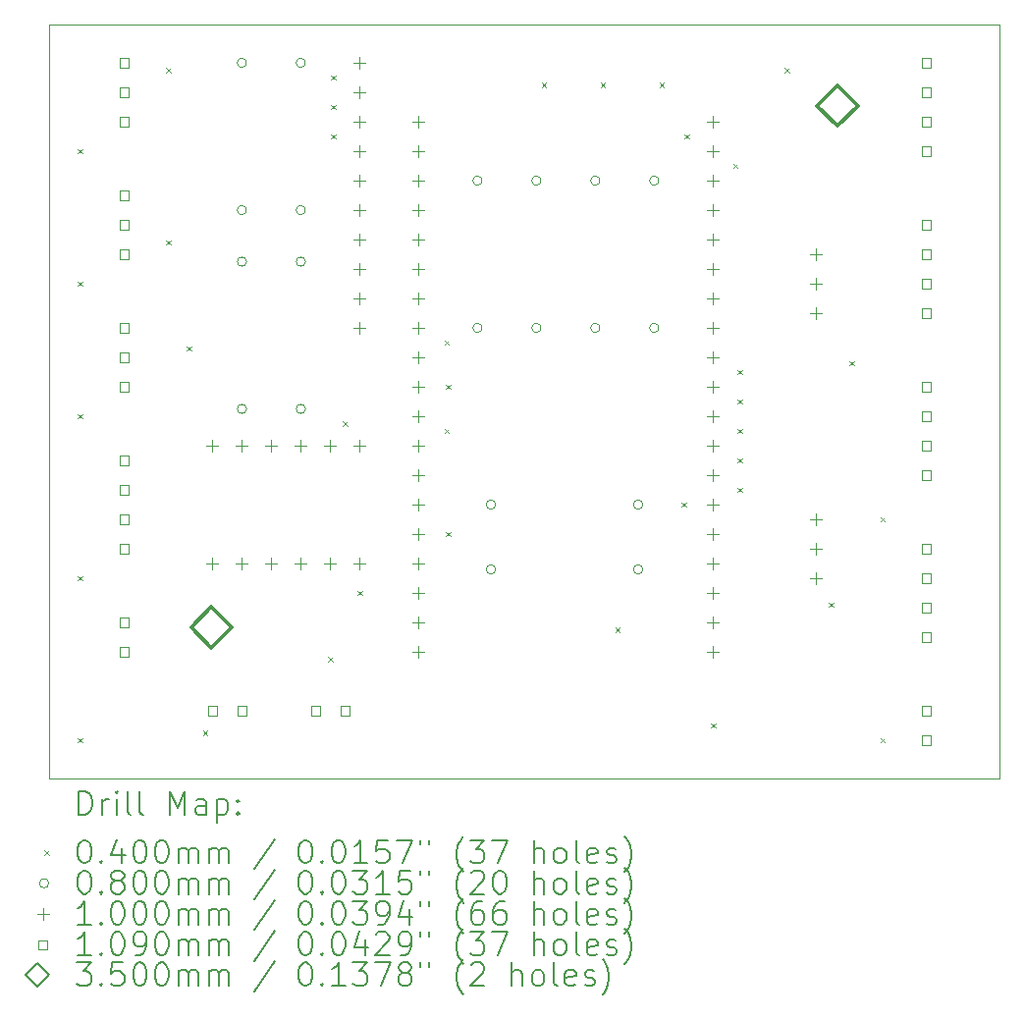
<source format=gbr>
%TF.GenerationSoftware,KiCad,Pcbnew,8.0.1*%
%TF.CreationDate,2024-08-10T06:45:48+02:00*%
%TF.ProjectId,2024-05-23 RC PCB,32303234-2d30-4352-9d32-332052432050,rev?*%
%TF.SameCoordinates,Original*%
%TF.FileFunction,Drillmap*%
%TF.FilePolarity,Positive*%
%FSLAX45Y45*%
G04 Gerber Fmt 4.5, Leading zero omitted, Abs format (unit mm)*
G04 Created by KiCad (PCBNEW 8.0.1) date 2024-08-10 06:45:48*
%MOMM*%
%LPD*%
G01*
G04 APERTURE LIST*
%ADD10C,0.050000*%
%ADD11C,0.200000*%
%ADD12C,0.100000*%
%ADD13C,0.109000*%
%ADD14C,0.350000*%
G04 APERTURE END LIST*
D10*
X7481000Y-2590000D02*
X15681000Y-2590000D01*
X15681000Y-9090000D01*
X7481000Y-9090000D01*
X7481000Y-2590000D01*
D11*
D12*
X7726929Y-8743071D02*
X7766929Y-8783071D01*
X7766929Y-8743071D02*
X7726929Y-8783071D01*
X7727100Y-3663000D02*
X7767100Y-3703000D01*
X7767100Y-3663000D02*
X7727100Y-3703000D01*
X7727100Y-4806000D02*
X7767100Y-4846000D01*
X7767100Y-4806000D02*
X7727100Y-4846000D01*
X7727100Y-5949000D02*
X7767100Y-5989000D01*
X7767100Y-5949000D02*
X7727100Y-5989000D01*
X7727100Y-7346000D02*
X7767100Y-7386000D01*
X7767100Y-7346000D02*
X7727100Y-7386000D01*
X8489100Y-2964500D02*
X8529100Y-3004500D01*
X8529100Y-2964500D02*
X8489100Y-3004500D01*
X8489100Y-4450400D02*
X8529100Y-4490400D01*
X8529100Y-4450400D02*
X8489100Y-4490400D01*
X8666900Y-5364800D02*
X8706900Y-5404800D01*
X8706900Y-5364800D02*
X8666900Y-5404800D01*
X8806600Y-8679500D02*
X8846600Y-8719500D01*
X8846600Y-8679500D02*
X8806600Y-8719500D01*
X9886100Y-8044500D02*
X9926100Y-8084500D01*
X9926100Y-8044500D02*
X9886100Y-8084500D01*
X9911329Y-3028000D02*
X9951329Y-3068000D01*
X9951329Y-3028000D02*
X9911329Y-3068000D01*
X9911329Y-3282071D02*
X9951329Y-3322071D01*
X9951329Y-3282071D02*
X9911329Y-3322071D01*
X9911329Y-3536071D02*
X9951329Y-3576071D01*
X9951329Y-3536071D02*
X9911329Y-3576071D01*
X10013100Y-6012500D02*
X10053100Y-6052500D01*
X10053100Y-6012500D02*
X10013100Y-6052500D01*
X10140100Y-7473000D02*
X10180100Y-7513000D01*
X10180100Y-7473000D02*
X10140100Y-7513000D01*
X10890000Y-5314000D02*
X10930000Y-5354000D01*
X10930000Y-5314000D02*
X10890000Y-5354000D01*
X10890000Y-6076000D02*
X10930000Y-6116000D01*
X10930000Y-6076000D02*
X10890000Y-6116000D01*
X10902100Y-5695000D02*
X10942100Y-5735000D01*
X10942100Y-5695000D02*
X10902100Y-5735000D01*
X10902100Y-6965000D02*
X10942100Y-7005000D01*
X10942100Y-6965000D02*
X10902100Y-7005000D01*
X11727600Y-3091500D02*
X11767600Y-3131500D01*
X11767600Y-3091500D02*
X11727600Y-3131500D01*
X12235600Y-3091500D02*
X12275600Y-3131500D01*
X12275600Y-3091500D02*
X12235600Y-3131500D01*
X12362600Y-7790500D02*
X12402600Y-7830500D01*
X12402600Y-7790500D02*
X12362600Y-7830500D01*
X12743600Y-3091500D02*
X12783600Y-3131500D01*
X12783600Y-3091500D02*
X12743600Y-3131500D01*
X12934100Y-6711000D02*
X12974100Y-6751000D01*
X12974100Y-6711000D02*
X12934100Y-6751000D01*
X12959500Y-3536000D02*
X12999500Y-3576000D01*
X12999500Y-3536000D02*
X12959500Y-3576000D01*
X13188100Y-8616000D02*
X13228100Y-8656000D01*
X13228100Y-8616000D02*
X13188100Y-8656000D01*
X13378600Y-3790000D02*
X13418600Y-3830000D01*
X13418600Y-3790000D02*
X13378600Y-3830000D01*
X13416529Y-5568071D02*
X13456529Y-5608071D01*
X13456529Y-5568071D02*
X13416529Y-5608071D01*
X13416529Y-5822071D02*
X13456529Y-5862071D01*
X13456529Y-5822071D02*
X13416529Y-5862071D01*
X13416529Y-6076071D02*
X13456529Y-6116071D01*
X13456529Y-6076071D02*
X13416529Y-6116071D01*
X13416700Y-6330000D02*
X13456700Y-6370000D01*
X13456700Y-6330000D02*
X13416700Y-6370000D01*
X13416700Y-6584000D02*
X13456700Y-6624000D01*
X13456700Y-6584000D02*
X13416700Y-6624000D01*
X13823100Y-2964500D02*
X13863100Y-3004500D01*
X13863100Y-2964500D02*
X13823100Y-3004500D01*
X14204100Y-7574600D02*
X14244100Y-7614600D01*
X14244100Y-7574600D02*
X14204100Y-7614600D01*
X14381729Y-5491871D02*
X14421729Y-5531871D01*
X14421729Y-5491871D02*
X14381729Y-5531871D01*
X14648600Y-6838000D02*
X14688600Y-6878000D01*
X14688600Y-6838000D02*
X14648600Y-6878000D01*
X14648600Y-8743000D02*
X14688600Y-8783000D01*
X14688600Y-8743000D02*
X14648600Y-8783000D01*
X9184100Y-2921000D02*
G75*
G02*
X9104100Y-2921000I-40000J0D01*
G01*
X9104100Y-2921000D02*
G75*
G02*
X9184100Y-2921000I40000J0D01*
G01*
X9184100Y-4191000D02*
G75*
G02*
X9104100Y-4191000I-40000J0D01*
G01*
X9104100Y-4191000D02*
G75*
G02*
X9184100Y-4191000I40000J0D01*
G01*
X9184100Y-4635500D02*
G75*
G02*
X9104100Y-4635500I-40000J0D01*
G01*
X9104100Y-4635500D02*
G75*
G02*
X9184100Y-4635500I40000J0D01*
G01*
X9184100Y-5905500D02*
G75*
G02*
X9104100Y-5905500I-40000J0D01*
G01*
X9104100Y-5905500D02*
G75*
G02*
X9184100Y-5905500I40000J0D01*
G01*
X9692100Y-2921000D02*
G75*
G02*
X9612100Y-2921000I-40000J0D01*
G01*
X9612100Y-2921000D02*
G75*
G02*
X9692100Y-2921000I40000J0D01*
G01*
X9692100Y-4191000D02*
G75*
G02*
X9612100Y-4191000I-40000J0D01*
G01*
X9612100Y-4191000D02*
G75*
G02*
X9692100Y-4191000I40000J0D01*
G01*
X9692100Y-4635500D02*
G75*
G02*
X9612100Y-4635500I-40000J0D01*
G01*
X9612100Y-4635500D02*
G75*
G02*
X9692100Y-4635500I40000J0D01*
G01*
X9692100Y-5905500D02*
G75*
G02*
X9612100Y-5905500I-40000J0D01*
G01*
X9612100Y-5905500D02*
G75*
G02*
X9692100Y-5905500I40000J0D01*
G01*
X11216000Y-3937000D02*
G75*
G02*
X11136000Y-3937000I-40000J0D01*
G01*
X11136000Y-3937000D02*
G75*
G02*
X11216000Y-3937000I40000J0D01*
G01*
X11216000Y-5207000D02*
G75*
G02*
X11136000Y-5207000I-40000J0D01*
G01*
X11136000Y-5207000D02*
G75*
G02*
X11216000Y-5207000I40000J0D01*
G01*
X11331000Y-6731071D02*
G75*
G02*
X11251000Y-6731071I-40000J0D01*
G01*
X11251000Y-6731071D02*
G75*
G02*
X11331000Y-6731071I40000J0D01*
G01*
X11331000Y-7289000D02*
G75*
G02*
X11251000Y-7289000I-40000J0D01*
G01*
X11251000Y-7289000D02*
G75*
G02*
X11331000Y-7289000I40000J0D01*
G01*
X11724000Y-3937000D02*
G75*
G02*
X11644000Y-3937000I-40000J0D01*
G01*
X11644000Y-3937000D02*
G75*
G02*
X11724000Y-3937000I40000J0D01*
G01*
X11724000Y-5207000D02*
G75*
G02*
X11644000Y-5207000I-40000J0D01*
G01*
X11644000Y-5207000D02*
G75*
G02*
X11724000Y-5207000I40000J0D01*
G01*
X12232000Y-3937000D02*
G75*
G02*
X12152000Y-3937000I-40000J0D01*
G01*
X12152000Y-3937000D02*
G75*
G02*
X12232000Y-3937000I40000J0D01*
G01*
X12232000Y-5207000D02*
G75*
G02*
X12152000Y-5207000I-40000J0D01*
G01*
X12152000Y-5207000D02*
G75*
G02*
X12232000Y-5207000I40000J0D01*
G01*
X12601000Y-6731071D02*
G75*
G02*
X12521000Y-6731071I-40000J0D01*
G01*
X12521000Y-6731071D02*
G75*
G02*
X12601000Y-6731071I40000J0D01*
G01*
X12601000Y-7289000D02*
G75*
G02*
X12521000Y-7289000I-40000J0D01*
G01*
X12521000Y-7289000D02*
G75*
G02*
X12601000Y-7289000I40000J0D01*
G01*
X12740000Y-3937000D02*
G75*
G02*
X12660000Y-3937000I-40000J0D01*
G01*
X12660000Y-3937000D02*
G75*
G02*
X12740000Y-3937000I40000J0D01*
G01*
X12740000Y-5207000D02*
G75*
G02*
X12660000Y-5207000I-40000J0D01*
G01*
X12660000Y-5207000D02*
G75*
G02*
X12740000Y-5207000I40000J0D01*
G01*
X8890100Y-6173000D02*
X8890100Y-6273000D01*
X8840100Y-6223000D02*
X8940100Y-6223000D01*
X8890100Y-7189000D02*
X8890100Y-7289000D01*
X8840100Y-7239000D02*
X8940100Y-7239000D01*
X9144100Y-6173000D02*
X9144100Y-6273000D01*
X9094100Y-6223000D02*
X9194100Y-6223000D01*
X9144100Y-7189000D02*
X9144100Y-7289000D01*
X9094100Y-7239000D02*
X9194100Y-7239000D01*
X9398100Y-6173000D02*
X9398100Y-6273000D01*
X9348100Y-6223000D02*
X9448100Y-6223000D01*
X9398100Y-7189000D02*
X9398100Y-7289000D01*
X9348100Y-7239000D02*
X9448100Y-7239000D01*
X9652100Y-6173000D02*
X9652100Y-6273000D01*
X9602100Y-6223000D02*
X9702100Y-6223000D01*
X9652100Y-7189000D02*
X9652100Y-7289000D01*
X9602100Y-7239000D02*
X9702100Y-7239000D01*
X9906100Y-6173000D02*
X9906100Y-6273000D01*
X9856100Y-6223000D02*
X9956100Y-6223000D01*
X9906100Y-7189000D02*
X9906100Y-7289000D01*
X9856100Y-7239000D02*
X9956100Y-7239000D01*
X10160100Y-2871000D02*
X10160100Y-2971000D01*
X10110100Y-2921000D02*
X10210100Y-2921000D01*
X10160100Y-3125000D02*
X10160100Y-3225000D01*
X10110100Y-3175000D02*
X10210100Y-3175000D01*
X10160100Y-3379000D02*
X10160100Y-3479000D01*
X10110100Y-3429000D02*
X10210100Y-3429000D01*
X10160100Y-3633000D02*
X10160100Y-3733000D01*
X10110100Y-3683000D02*
X10210100Y-3683000D01*
X10160100Y-3887000D02*
X10160100Y-3987000D01*
X10110100Y-3937000D02*
X10210100Y-3937000D01*
X10160100Y-4141000D02*
X10160100Y-4241000D01*
X10110100Y-4191000D02*
X10210100Y-4191000D01*
X10160100Y-4395000D02*
X10160100Y-4495000D01*
X10110100Y-4445000D02*
X10210100Y-4445000D01*
X10160100Y-4649000D02*
X10160100Y-4749000D01*
X10110100Y-4699000D02*
X10210100Y-4699000D01*
X10160100Y-4903000D02*
X10160100Y-5003000D01*
X10110100Y-4953000D02*
X10210100Y-4953000D01*
X10160100Y-5157000D02*
X10160100Y-5257000D01*
X10110100Y-5207000D02*
X10210100Y-5207000D01*
X10160100Y-6173000D02*
X10160100Y-6273000D01*
X10110100Y-6223000D02*
X10210100Y-6223000D01*
X10160100Y-7189000D02*
X10160100Y-7289000D01*
X10110100Y-7239000D02*
X10210100Y-7239000D01*
X10668000Y-3379000D02*
X10668000Y-3479000D01*
X10618000Y-3429000D02*
X10718000Y-3429000D01*
X10668000Y-3633000D02*
X10668000Y-3733000D01*
X10618000Y-3683000D02*
X10718000Y-3683000D01*
X10668000Y-3887000D02*
X10668000Y-3987000D01*
X10618000Y-3937000D02*
X10718000Y-3937000D01*
X10668000Y-4141000D02*
X10668000Y-4241000D01*
X10618000Y-4191000D02*
X10718000Y-4191000D01*
X10668000Y-4395000D02*
X10668000Y-4495000D01*
X10618000Y-4445000D02*
X10718000Y-4445000D01*
X10668000Y-4649000D02*
X10668000Y-4749000D01*
X10618000Y-4699000D02*
X10718000Y-4699000D01*
X10668000Y-4903000D02*
X10668000Y-5003000D01*
X10618000Y-4953000D02*
X10718000Y-4953000D01*
X10668000Y-5157000D02*
X10668000Y-5257000D01*
X10618000Y-5207000D02*
X10718000Y-5207000D01*
X10668000Y-5411000D02*
X10668000Y-5511000D01*
X10618000Y-5461000D02*
X10718000Y-5461000D01*
X10668000Y-5665000D02*
X10668000Y-5765000D01*
X10618000Y-5715000D02*
X10718000Y-5715000D01*
X10668000Y-5919000D02*
X10668000Y-6019000D01*
X10618000Y-5969000D02*
X10718000Y-5969000D01*
X10668000Y-6173000D02*
X10668000Y-6273000D01*
X10618000Y-6223000D02*
X10718000Y-6223000D01*
X10668000Y-6427000D02*
X10668000Y-6527000D01*
X10618000Y-6477000D02*
X10718000Y-6477000D01*
X10668000Y-6681000D02*
X10668000Y-6781000D01*
X10618000Y-6731000D02*
X10718000Y-6731000D01*
X10668000Y-6935000D02*
X10668000Y-7035000D01*
X10618000Y-6985000D02*
X10718000Y-6985000D01*
X10668000Y-7189000D02*
X10668000Y-7289000D01*
X10618000Y-7239000D02*
X10718000Y-7239000D01*
X10668000Y-7443000D02*
X10668000Y-7543000D01*
X10618000Y-7493000D02*
X10718000Y-7493000D01*
X10668000Y-7697000D02*
X10668000Y-7797000D01*
X10618000Y-7747000D02*
X10718000Y-7747000D01*
X10668000Y-7951000D02*
X10668000Y-8051000D01*
X10618000Y-8001000D02*
X10718000Y-8001000D01*
X13208000Y-3379000D02*
X13208000Y-3479000D01*
X13158000Y-3429000D02*
X13258000Y-3429000D01*
X13208000Y-3633000D02*
X13208000Y-3733000D01*
X13158000Y-3683000D02*
X13258000Y-3683000D01*
X13208000Y-3887000D02*
X13208000Y-3987000D01*
X13158000Y-3937000D02*
X13258000Y-3937000D01*
X13208000Y-4141000D02*
X13208000Y-4241000D01*
X13158000Y-4191000D02*
X13258000Y-4191000D01*
X13208000Y-4395000D02*
X13208000Y-4495000D01*
X13158000Y-4445000D02*
X13258000Y-4445000D01*
X13208000Y-4649000D02*
X13208000Y-4749000D01*
X13158000Y-4699000D02*
X13258000Y-4699000D01*
X13208000Y-4903000D02*
X13208000Y-5003000D01*
X13158000Y-4953000D02*
X13258000Y-4953000D01*
X13208000Y-5157000D02*
X13208000Y-5257000D01*
X13158000Y-5207000D02*
X13258000Y-5207000D01*
X13208000Y-5411000D02*
X13208000Y-5511000D01*
X13158000Y-5461000D02*
X13258000Y-5461000D01*
X13208000Y-5665000D02*
X13208000Y-5765000D01*
X13158000Y-5715000D02*
X13258000Y-5715000D01*
X13208000Y-5919000D02*
X13208000Y-6019000D01*
X13158000Y-5969000D02*
X13258000Y-5969000D01*
X13208000Y-6173000D02*
X13208000Y-6273000D01*
X13158000Y-6223000D02*
X13258000Y-6223000D01*
X13208000Y-6427000D02*
X13208000Y-6527000D01*
X13158000Y-6477000D02*
X13258000Y-6477000D01*
X13208000Y-6681000D02*
X13208000Y-6781000D01*
X13158000Y-6731000D02*
X13258000Y-6731000D01*
X13208000Y-6935000D02*
X13208000Y-7035000D01*
X13158000Y-6985000D02*
X13258000Y-6985000D01*
X13208000Y-7189000D02*
X13208000Y-7289000D01*
X13158000Y-7239000D02*
X13258000Y-7239000D01*
X13208000Y-7443000D02*
X13208000Y-7543000D01*
X13158000Y-7493000D02*
X13258000Y-7493000D01*
X13208000Y-7697000D02*
X13208000Y-7797000D01*
X13158000Y-7747000D02*
X13258000Y-7747000D01*
X13208000Y-7951000D02*
X13208000Y-8051000D01*
X13158000Y-8001000D02*
X13258000Y-8001000D01*
X14097100Y-4522000D02*
X14097100Y-4622000D01*
X14047100Y-4572000D02*
X14147100Y-4572000D01*
X14097100Y-4776000D02*
X14097100Y-4876000D01*
X14047100Y-4826000D02*
X14147100Y-4826000D01*
X14097100Y-5030000D02*
X14097100Y-5130000D01*
X14047100Y-5080000D02*
X14147100Y-5080000D01*
X14097100Y-6808000D02*
X14097100Y-6908000D01*
X14047100Y-6858000D02*
X14147100Y-6858000D01*
X14097100Y-7062000D02*
X14097100Y-7162000D01*
X14047100Y-7112000D02*
X14147100Y-7112000D01*
X14097100Y-7316000D02*
X14097100Y-7416000D01*
X14047100Y-7366000D02*
X14147100Y-7366000D01*
D13*
X8166638Y-2959538D02*
X8166638Y-2882462D01*
X8089562Y-2882462D01*
X8089562Y-2959538D01*
X8166638Y-2959538D01*
X8166638Y-3213538D02*
X8166638Y-3136462D01*
X8089562Y-3136462D01*
X8089562Y-3213538D01*
X8166638Y-3213538D01*
X8166638Y-3467538D02*
X8166638Y-3390462D01*
X8089562Y-3390462D01*
X8089562Y-3467538D01*
X8166638Y-3467538D01*
X8166638Y-4102538D02*
X8166638Y-4025462D01*
X8089562Y-4025462D01*
X8089562Y-4102538D01*
X8166638Y-4102538D01*
X8166638Y-4356538D02*
X8166638Y-4279462D01*
X8089562Y-4279462D01*
X8089562Y-4356538D01*
X8166638Y-4356538D01*
X8166638Y-4610538D02*
X8166638Y-4533462D01*
X8089562Y-4533462D01*
X8089562Y-4610538D01*
X8166638Y-4610538D01*
X8166638Y-5245538D02*
X8166638Y-5168462D01*
X8089562Y-5168462D01*
X8089562Y-5245538D01*
X8166638Y-5245538D01*
X8166638Y-5499538D02*
X8166638Y-5422462D01*
X8089562Y-5422462D01*
X8089562Y-5499538D01*
X8166638Y-5499538D01*
X8166638Y-5753538D02*
X8166638Y-5676462D01*
X8089562Y-5676462D01*
X8089562Y-5753538D01*
X8166638Y-5753538D01*
X8166638Y-6388538D02*
X8166638Y-6311462D01*
X8089562Y-6311462D01*
X8089562Y-6388538D01*
X8166638Y-6388538D01*
X8166638Y-6642538D02*
X8166638Y-6565462D01*
X8089562Y-6565462D01*
X8089562Y-6642538D01*
X8166638Y-6642538D01*
X8166638Y-6896538D02*
X8166638Y-6819462D01*
X8089562Y-6819462D01*
X8089562Y-6896538D01*
X8166638Y-6896538D01*
X8166638Y-7150538D02*
X8166638Y-7073462D01*
X8089562Y-7073462D01*
X8089562Y-7150538D01*
X8166638Y-7150538D01*
X8166638Y-7785538D02*
X8166638Y-7708462D01*
X8089562Y-7708462D01*
X8089562Y-7785538D01*
X8166638Y-7785538D01*
X8166638Y-8039538D02*
X8166638Y-7962462D01*
X8089562Y-7962462D01*
X8089562Y-8039538D01*
X8166638Y-8039538D01*
X8928638Y-8547538D02*
X8928638Y-8470462D01*
X8851562Y-8470462D01*
X8851562Y-8547538D01*
X8928638Y-8547538D01*
X9182638Y-8547538D02*
X9182638Y-8470462D01*
X9105562Y-8470462D01*
X9105562Y-8547538D01*
X9182638Y-8547538D01*
X9817638Y-8547538D02*
X9817638Y-8470462D01*
X9740562Y-8470462D01*
X9740562Y-8547538D01*
X9817638Y-8547538D01*
X10071638Y-8547538D02*
X10071638Y-8470462D01*
X9994562Y-8470462D01*
X9994562Y-8547538D01*
X10071638Y-8547538D01*
X15088138Y-2959538D02*
X15088138Y-2882462D01*
X15011062Y-2882462D01*
X15011062Y-2959538D01*
X15088138Y-2959538D01*
X15088138Y-3213538D02*
X15088138Y-3136462D01*
X15011062Y-3136462D01*
X15011062Y-3213538D01*
X15088138Y-3213538D01*
X15088138Y-3467538D02*
X15088138Y-3390462D01*
X15011062Y-3390462D01*
X15011062Y-3467538D01*
X15088138Y-3467538D01*
X15088138Y-3721538D02*
X15088138Y-3644462D01*
X15011062Y-3644462D01*
X15011062Y-3721538D01*
X15088138Y-3721538D01*
X15088138Y-4356538D02*
X15088138Y-4279462D01*
X15011062Y-4279462D01*
X15011062Y-4356538D01*
X15088138Y-4356538D01*
X15088138Y-4610538D02*
X15088138Y-4533462D01*
X15011062Y-4533462D01*
X15011062Y-4610538D01*
X15088138Y-4610538D01*
X15088138Y-4864538D02*
X15088138Y-4787462D01*
X15011062Y-4787462D01*
X15011062Y-4864538D01*
X15088138Y-4864538D01*
X15088138Y-5118538D02*
X15088138Y-5041462D01*
X15011062Y-5041462D01*
X15011062Y-5118538D01*
X15088138Y-5118538D01*
X15088138Y-5753538D02*
X15088138Y-5676462D01*
X15011062Y-5676462D01*
X15011062Y-5753538D01*
X15088138Y-5753538D01*
X15088138Y-6007538D02*
X15088138Y-5930462D01*
X15011062Y-5930462D01*
X15011062Y-6007538D01*
X15088138Y-6007538D01*
X15088138Y-6261538D02*
X15088138Y-6184462D01*
X15011062Y-6184462D01*
X15011062Y-6261538D01*
X15088138Y-6261538D01*
X15088138Y-6515538D02*
X15088138Y-6438462D01*
X15011062Y-6438462D01*
X15011062Y-6515538D01*
X15088138Y-6515538D01*
X15088138Y-7150538D02*
X15088138Y-7073462D01*
X15011062Y-7073462D01*
X15011062Y-7150538D01*
X15088138Y-7150538D01*
X15088138Y-7404538D02*
X15088138Y-7327462D01*
X15011062Y-7327462D01*
X15011062Y-7404538D01*
X15088138Y-7404538D01*
X15088138Y-7658538D02*
X15088138Y-7581462D01*
X15011062Y-7581462D01*
X15011062Y-7658538D01*
X15088138Y-7658538D01*
X15088138Y-7912538D02*
X15088138Y-7835462D01*
X15011062Y-7835462D01*
X15011062Y-7912538D01*
X15088138Y-7912538D01*
X15088138Y-8547538D02*
X15088138Y-8470462D01*
X15011062Y-8470462D01*
X15011062Y-8547538D01*
X15088138Y-8547538D01*
X15088138Y-8801538D02*
X15088138Y-8724462D01*
X15011062Y-8724462D01*
X15011062Y-8801538D01*
X15088138Y-8801538D01*
D14*
X8881000Y-7965000D02*
X9056000Y-7790000D01*
X8881000Y-7615000D01*
X8706000Y-7790000D01*
X8881000Y-7965000D01*
X14281000Y-3465000D02*
X14456000Y-3290000D01*
X14281000Y-3115000D01*
X14106000Y-3290000D01*
X14281000Y-3465000D01*
D11*
X7739277Y-9403984D02*
X7739277Y-9203984D01*
X7739277Y-9203984D02*
X7786896Y-9203984D01*
X7786896Y-9203984D02*
X7815467Y-9213508D01*
X7815467Y-9213508D02*
X7834515Y-9232555D01*
X7834515Y-9232555D02*
X7844039Y-9251603D01*
X7844039Y-9251603D02*
X7853562Y-9289698D01*
X7853562Y-9289698D02*
X7853562Y-9318270D01*
X7853562Y-9318270D02*
X7844039Y-9356365D01*
X7844039Y-9356365D02*
X7834515Y-9375412D01*
X7834515Y-9375412D02*
X7815467Y-9394460D01*
X7815467Y-9394460D02*
X7786896Y-9403984D01*
X7786896Y-9403984D02*
X7739277Y-9403984D01*
X7939277Y-9403984D02*
X7939277Y-9270650D01*
X7939277Y-9308746D02*
X7948801Y-9289698D01*
X7948801Y-9289698D02*
X7958324Y-9280174D01*
X7958324Y-9280174D02*
X7977372Y-9270650D01*
X7977372Y-9270650D02*
X7996420Y-9270650D01*
X8063086Y-9403984D02*
X8063086Y-9270650D01*
X8063086Y-9203984D02*
X8053562Y-9213508D01*
X8053562Y-9213508D02*
X8063086Y-9223031D01*
X8063086Y-9223031D02*
X8072610Y-9213508D01*
X8072610Y-9213508D02*
X8063086Y-9203984D01*
X8063086Y-9203984D02*
X8063086Y-9223031D01*
X8186896Y-9403984D02*
X8167848Y-9394460D01*
X8167848Y-9394460D02*
X8158324Y-9375412D01*
X8158324Y-9375412D02*
X8158324Y-9203984D01*
X8291658Y-9403984D02*
X8272610Y-9394460D01*
X8272610Y-9394460D02*
X8263086Y-9375412D01*
X8263086Y-9375412D02*
X8263086Y-9203984D01*
X8520229Y-9403984D02*
X8520229Y-9203984D01*
X8520229Y-9203984D02*
X8586896Y-9346841D01*
X8586896Y-9346841D02*
X8653563Y-9203984D01*
X8653563Y-9203984D02*
X8653563Y-9403984D01*
X8834515Y-9403984D02*
X8834515Y-9299222D01*
X8834515Y-9299222D02*
X8824991Y-9280174D01*
X8824991Y-9280174D02*
X8805944Y-9270650D01*
X8805944Y-9270650D02*
X8767848Y-9270650D01*
X8767848Y-9270650D02*
X8748801Y-9280174D01*
X8834515Y-9394460D02*
X8815467Y-9403984D01*
X8815467Y-9403984D02*
X8767848Y-9403984D01*
X8767848Y-9403984D02*
X8748801Y-9394460D01*
X8748801Y-9394460D02*
X8739277Y-9375412D01*
X8739277Y-9375412D02*
X8739277Y-9356365D01*
X8739277Y-9356365D02*
X8748801Y-9337317D01*
X8748801Y-9337317D02*
X8767848Y-9327793D01*
X8767848Y-9327793D02*
X8815467Y-9327793D01*
X8815467Y-9327793D02*
X8834515Y-9318270D01*
X8929753Y-9270650D02*
X8929753Y-9470650D01*
X8929753Y-9280174D02*
X8948801Y-9270650D01*
X8948801Y-9270650D02*
X8986896Y-9270650D01*
X8986896Y-9270650D02*
X9005944Y-9280174D01*
X9005944Y-9280174D02*
X9015467Y-9289698D01*
X9015467Y-9289698D02*
X9024991Y-9308746D01*
X9024991Y-9308746D02*
X9024991Y-9365889D01*
X9024991Y-9365889D02*
X9015467Y-9384936D01*
X9015467Y-9384936D02*
X9005944Y-9394460D01*
X9005944Y-9394460D02*
X8986896Y-9403984D01*
X8986896Y-9403984D02*
X8948801Y-9403984D01*
X8948801Y-9403984D02*
X8929753Y-9394460D01*
X9110705Y-9384936D02*
X9120229Y-9394460D01*
X9120229Y-9394460D02*
X9110705Y-9403984D01*
X9110705Y-9403984D02*
X9101182Y-9394460D01*
X9101182Y-9394460D02*
X9110705Y-9384936D01*
X9110705Y-9384936D02*
X9110705Y-9403984D01*
X9110705Y-9280174D02*
X9120229Y-9289698D01*
X9120229Y-9289698D02*
X9110705Y-9299222D01*
X9110705Y-9299222D02*
X9101182Y-9289698D01*
X9101182Y-9289698D02*
X9110705Y-9280174D01*
X9110705Y-9280174D02*
X9110705Y-9299222D01*
D12*
X7438500Y-9712500D02*
X7478500Y-9752500D01*
X7478500Y-9712500D02*
X7438500Y-9752500D01*
D11*
X7777372Y-9623984D02*
X7796420Y-9623984D01*
X7796420Y-9623984D02*
X7815467Y-9633508D01*
X7815467Y-9633508D02*
X7824991Y-9643031D01*
X7824991Y-9643031D02*
X7834515Y-9662079D01*
X7834515Y-9662079D02*
X7844039Y-9700174D01*
X7844039Y-9700174D02*
X7844039Y-9747793D01*
X7844039Y-9747793D02*
X7834515Y-9785889D01*
X7834515Y-9785889D02*
X7824991Y-9804936D01*
X7824991Y-9804936D02*
X7815467Y-9814460D01*
X7815467Y-9814460D02*
X7796420Y-9823984D01*
X7796420Y-9823984D02*
X7777372Y-9823984D01*
X7777372Y-9823984D02*
X7758324Y-9814460D01*
X7758324Y-9814460D02*
X7748801Y-9804936D01*
X7748801Y-9804936D02*
X7739277Y-9785889D01*
X7739277Y-9785889D02*
X7729753Y-9747793D01*
X7729753Y-9747793D02*
X7729753Y-9700174D01*
X7729753Y-9700174D02*
X7739277Y-9662079D01*
X7739277Y-9662079D02*
X7748801Y-9643031D01*
X7748801Y-9643031D02*
X7758324Y-9633508D01*
X7758324Y-9633508D02*
X7777372Y-9623984D01*
X7929753Y-9804936D02*
X7939277Y-9814460D01*
X7939277Y-9814460D02*
X7929753Y-9823984D01*
X7929753Y-9823984D02*
X7920229Y-9814460D01*
X7920229Y-9814460D02*
X7929753Y-9804936D01*
X7929753Y-9804936D02*
X7929753Y-9823984D01*
X8110705Y-9690650D02*
X8110705Y-9823984D01*
X8063086Y-9614460D02*
X8015467Y-9757317D01*
X8015467Y-9757317D02*
X8139277Y-9757317D01*
X8253562Y-9623984D02*
X8272610Y-9623984D01*
X8272610Y-9623984D02*
X8291658Y-9633508D01*
X8291658Y-9633508D02*
X8301182Y-9643031D01*
X8301182Y-9643031D02*
X8310705Y-9662079D01*
X8310705Y-9662079D02*
X8320229Y-9700174D01*
X8320229Y-9700174D02*
X8320229Y-9747793D01*
X8320229Y-9747793D02*
X8310705Y-9785889D01*
X8310705Y-9785889D02*
X8301182Y-9804936D01*
X8301182Y-9804936D02*
X8291658Y-9814460D01*
X8291658Y-9814460D02*
X8272610Y-9823984D01*
X8272610Y-9823984D02*
X8253562Y-9823984D01*
X8253562Y-9823984D02*
X8234515Y-9814460D01*
X8234515Y-9814460D02*
X8224991Y-9804936D01*
X8224991Y-9804936D02*
X8215467Y-9785889D01*
X8215467Y-9785889D02*
X8205943Y-9747793D01*
X8205943Y-9747793D02*
X8205943Y-9700174D01*
X8205943Y-9700174D02*
X8215467Y-9662079D01*
X8215467Y-9662079D02*
X8224991Y-9643031D01*
X8224991Y-9643031D02*
X8234515Y-9633508D01*
X8234515Y-9633508D02*
X8253562Y-9623984D01*
X8444039Y-9623984D02*
X8463086Y-9623984D01*
X8463086Y-9623984D02*
X8482134Y-9633508D01*
X8482134Y-9633508D02*
X8491658Y-9643031D01*
X8491658Y-9643031D02*
X8501182Y-9662079D01*
X8501182Y-9662079D02*
X8510705Y-9700174D01*
X8510705Y-9700174D02*
X8510705Y-9747793D01*
X8510705Y-9747793D02*
X8501182Y-9785889D01*
X8501182Y-9785889D02*
X8491658Y-9804936D01*
X8491658Y-9804936D02*
X8482134Y-9814460D01*
X8482134Y-9814460D02*
X8463086Y-9823984D01*
X8463086Y-9823984D02*
X8444039Y-9823984D01*
X8444039Y-9823984D02*
X8424991Y-9814460D01*
X8424991Y-9814460D02*
X8415467Y-9804936D01*
X8415467Y-9804936D02*
X8405944Y-9785889D01*
X8405944Y-9785889D02*
X8396420Y-9747793D01*
X8396420Y-9747793D02*
X8396420Y-9700174D01*
X8396420Y-9700174D02*
X8405944Y-9662079D01*
X8405944Y-9662079D02*
X8415467Y-9643031D01*
X8415467Y-9643031D02*
X8424991Y-9633508D01*
X8424991Y-9633508D02*
X8444039Y-9623984D01*
X8596420Y-9823984D02*
X8596420Y-9690650D01*
X8596420Y-9709698D02*
X8605944Y-9700174D01*
X8605944Y-9700174D02*
X8624991Y-9690650D01*
X8624991Y-9690650D02*
X8653563Y-9690650D01*
X8653563Y-9690650D02*
X8672610Y-9700174D01*
X8672610Y-9700174D02*
X8682134Y-9719222D01*
X8682134Y-9719222D02*
X8682134Y-9823984D01*
X8682134Y-9719222D02*
X8691658Y-9700174D01*
X8691658Y-9700174D02*
X8710705Y-9690650D01*
X8710705Y-9690650D02*
X8739277Y-9690650D01*
X8739277Y-9690650D02*
X8758325Y-9700174D01*
X8758325Y-9700174D02*
X8767848Y-9719222D01*
X8767848Y-9719222D02*
X8767848Y-9823984D01*
X8863086Y-9823984D02*
X8863086Y-9690650D01*
X8863086Y-9709698D02*
X8872610Y-9700174D01*
X8872610Y-9700174D02*
X8891658Y-9690650D01*
X8891658Y-9690650D02*
X8920229Y-9690650D01*
X8920229Y-9690650D02*
X8939277Y-9700174D01*
X8939277Y-9700174D02*
X8948801Y-9719222D01*
X8948801Y-9719222D02*
X8948801Y-9823984D01*
X8948801Y-9719222D02*
X8958325Y-9700174D01*
X8958325Y-9700174D02*
X8977372Y-9690650D01*
X8977372Y-9690650D02*
X9005944Y-9690650D01*
X9005944Y-9690650D02*
X9024991Y-9700174D01*
X9024991Y-9700174D02*
X9034515Y-9719222D01*
X9034515Y-9719222D02*
X9034515Y-9823984D01*
X9424991Y-9614460D02*
X9253563Y-9871603D01*
X9682134Y-9623984D02*
X9701182Y-9623984D01*
X9701182Y-9623984D02*
X9720229Y-9633508D01*
X9720229Y-9633508D02*
X9729753Y-9643031D01*
X9729753Y-9643031D02*
X9739277Y-9662079D01*
X9739277Y-9662079D02*
X9748801Y-9700174D01*
X9748801Y-9700174D02*
X9748801Y-9747793D01*
X9748801Y-9747793D02*
X9739277Y-9785889D01*
X9739277Y-9785889D02*
X9729753Y-9804936D01*
X9729753Y-9804936D02*
X9720229Y-9814460D01*
X9720229Y-9814460D02*
X9701182Y-9823984D01*
X9701182Y-9823984D02*
X9682134Y-9823984D01*
X9682134Y-9823984D02*
X9663087Y-9814460D01*
X9663087Y-9814460D02*
X9653563Y-9804936D01*
X9653563Y-9804936D02*
X9644039Y-9785889D01*
X9644039Y-9785889D02*
X9634515Y-9747793D01*
X9634515Y-9747793D02*
X9634515Y-9700174D01*
X9634515Y-9700174D02*
X9644039Y-9662079D01*
X9644039Y-9662079D02*
X9653563Y-9643031D01*
X9653563Y-9643031D02*
X9663087Y-9633508D01*
X9663087Y-9633508D02*
X9682134Y-9623984D01*
X9834515Y-9804936D02*
X9844039Y-9814460D01*
X9844039Y-9814460D02*
X9834515Y-9823984D01*
X9834515Y-9823984D02*
X9824991Y-9814460D01*
X9824991Y-9814460D02*
X9834515Y-9804936D01*
X9834515Y-9804936D02*
X9834515Y-9823984D01*
X9967848Y-9623984D02*
X9986896Y-9623984D01*
X9986896Y-9623984D02*
X10005944Y-9633508D01*
X10005944Y-9633508D02*
X10015468Y-9643031D01*
X10015468Y-9643031D02*
X10024991Y-9662079D01*
X10024991Y-9662079D02*
X10034515Y-9700174D01*
X10034515Y-9700174D02*
X10034515Y-9747793D01*
X10034515Y-9747793D02*
X10024991Y-9785889D01*
X10024991Y-9785889D02*
X10015468Y-9804936D01*
X10015468Y-9804936D02*
X10005944Y-9814460D01*
X10005944Y-9814460D02*
X9986896Y-9823984D01*
X9986896Y-9823984D02*
X9967848Y-9823984D01*
X9967848Y-9823984D02*
X9948801Y-9814460D01*
X9948801Y-9814460D02*
X9939277Y-9804936D01*
X9939277Y-9804936D02*
X9929753Y-9785889D01*
X9929753Y-9785889D02*
X9920229Y-9747793D01*
X9920229Y-9747793D02*
X9920229Y-9700174D01*
X9920229Y-9700174D02*
X9929753Y-9662079D01*
X9929753Y-9662079D02*
X9939277Y-9643031D01*
X9939277Y-9643031D02*
X9948801Y-9633508D01*
X9948801Y-9633508D02*
X9967848Y-9623984D01*
X10224991Y-9823984D02*
X10110706Y-9823984D01*
X10167848Y-9823984D02*
X10167848Y-9623984D01*
X10167848Y-9623984D02*
X10148801Y-9652555D01*
X10148801Y-9652555D02*
X10129753Y-9671603D01*
X10129753Y-9671603D02*
X10110706Y-9681127D01*
X10405944Y-9623984D02*
X10310706Y-9623984D01*
X10310706Y-9623984D02*
X10301182Y-9719222D01*
X10301182Y-9719222D02*
X10310706Y-9709698D01*
X10310706Y-9709698D02*
X10329753Y-9700174D01*
X10329753Y-9700174D02*
X10377372Y-9700174D01*
X10377372Y-9700174D02*
X10396420Y-9709698D01*
X10396420Y-9709698D02*
X10405944Y-9719222D01*
X10405944Y-9719222D02*
X10415468Y-9738270D01*
X10415468Y-9738270D02*
X10415468Y-9785889D01*
X10415468Y-9785889D02*
X10405944Y-9804936D01*
X10405944Y-9804936D02*
X10396420Y-9814460D01*
X10396420Y-9814460D02*
X10377372Y-9823984D01*
X10377372Y-9823984D02*
X10329753Y-9823984D01*
X10329753Y-9823984D02*
X10310706Y-9814460D01*
X10310706Y-9814460D02*
X10301182Y-9804936D01*
X10482134Y-9623984D02*
X10615468Y-9623984D01*
X10615468Y-9623984D02*
X10529753Y-9823984D01*
X10682134Y-9623984D02*
X10682134Y-9662079D01*
X10758325Y-9623984D02*
X10758325Y-9662079D01*
X11053563Y-9900174D02*
X11044039Y-9890650D01*
X11044039Y-9890650D02*
X11024991Y-9862079D01*
X11024991Y-9862079D02*
X11015468Y-9843031D01*
X11015468Y-9843031D02*
X11005944Y-9814460D01*
X11005944Y-9814460D02*
X10996420Y-9766841D01*
X10996420Y-9766841D02*
X10996420Y-9728746D01*
X10996420Y-9728746D02*
X11005944Y-9681127D01*
X11005944Y-9681127D02*
X11015468Y-9652555D01*
X11015468Y-9652555D02*
X11024991Y-9633508D01*
X11024991Y-9633508D02*
X11044039Y-9604936D01*
X11044039Y-9604936D02*
X11053563Y-9595412D01*
X11110706Y-9623984D02*
X11234515Y-9623984D01*
X11234515Y-9623984D02*
X11167849Y-9700174D01*
X11167849Y-9700174D02*
X11196420Y-9700174D01*
X11196420Y-9700174D02*
X11215468Y-9709698D01*
X11215468Y-9709698D02*
X11224991Y-9719222D01*
X11224991Y-9719222D02*
X11234515Y-9738270D01*
X11234515Y-9738270D02*
X11234515Y-9785889D01*
X11234515Y-9785889D02*
X11224991Y-9804936D01*
X11224991Y-9804936D02*
X11215468Y-9814460D01*
X11215468Y-9814460D02*
X11196420Y-9823984D01*
X11196420Y-9823984D02*
X11139277Y-9823984D01*
X11139277Y-9823984D02*
X11120230Y-9814460D01*
X11120230Y-9814460D02*
X11110706Y-9804936D01*
X11301182Y-9623984D02*
X11434515Y-9623984D01*
X11434515Y-9623984D02*
X11348801Y-9823984D01*
X11663087Y-9823984D02*
X11663087Y-9623984D01*
X11748801Y-9823984D02*
X11748801Y-9719222D01*
X11748801Y-9719222D02*
X11739277Y-9700174D01*
X11739277Y-9700174D02*
X11720230Y-9690650D01*
X11720230Y-9690650D02*
X11691658Y-9690650D01*
X11691658Y-9690650D02*
X11672610Y-9700174D01*
X11672610Y-9700174D02*
X11663087Y-9709698D01*
X11872610Y-9823984D02*
X11853563Y-9814460D01*
X11853563Y-9814460D02*
X11844039Y-9804936D01*
X11844039Y-9804936D02*
X11834515Y-9785889D01*
X11834515Y-9785889D02*
X11834515Y-9728746D01*
X11834515Y-9728746D02*
X11844039Y-9709698D01*
X11844039Y-9709698D02*
X11853563Y-9700174D01*
X11853563Y-9700174D02*
X11872610Y-9690650D01*
X11872610Y-9690650D02*
X11901182Y-9690650D01*
X11901182Y-9690650D02*
X11920230Y-9700174D01*
X11920230Y-9700174D02*
X11929753Y-9709698D01*
X11929753Y-9709698D02*
X11939277Y-9728746D01*
X11939277Y-9728746D02*
X11939277Y-9785889D01*
X11939277Y-9785889D02*
X11929753Y-9804936D01*
X11929753Y-9804936D02*
X11920230Y-9814460D01*
X11920230Y-9814460D02*
X11901182Y-9823984D01*
X11901182Y-9823984D02*
X11872610Y-9823984D01*
X12053563Y-9823984D02*
X12034515Y-9814460D01*
X12034515Y-9814460D02*
X12024991Y-9795412D01*
X12024991Y-9795412D02*
X12024991Y-9623984D01*
X12205944Y-9814460D02*
X12186896Y-9823984D01*
X12186896Y-9823984D02*
X12148801Y-9823984D01*
X12148801Y-9823984D02*
X12129753Y-9814460D01*
X12129753Y-9814460D02*
X12120230Y-9795412D01*
X12120230Y-9795412D02*
X12120230Y-9719222D01*
X12120230Y-9719222D02*
X12129753Y-9700174D01*
X12129753Y-9700174D02*
X12148801Y-9690650D01*
X12148801Y-9690650D02*
X12186896Y-9690650D01*
X12186896Y-9690650D02*
X12205944Y-9700174D01*
X12205944Y-9700174D02*
X12215468Y-9719222D01*
X12215468Y-9719222D02*
X12215468Y-9738270D01*
X12215468Y-9738270D02*
X12120230Y-9757317D01*
X12291658Y-9814460D02*
X12310706Y-9823984D01*
X12310706Y-9823984D02*
X12348801Y-9823984D01*
X12348801Y-9823984D02*
X12367849Y-9814460D01*
X12367849Y-9814460D02*
X12377372Y-9795412D01*
X12377372Y-9795412D02*
X12377372Y-9785889D01*
X12377372Y-9785889D02*
X12367849Y-9766841D01*
X12367849Y-9766841D02*
X12348801Y-9757317D01*
X12348801Y-9757317D02*
X12320230Y-9757317D01*
X12320230Y-9757317D02*
X12301182Y-9747793D01*
X12301182Y-9747793D02*
X12291658Y-9728746D01*
X12291658Y-9728746D02*
X12291658Y-9719222D01*
X12291658Y-9719222D02*
X12301182Y-9700174D01*
X12301182Y-9700174D02*
X12320230Y-9690650D01*
X12320230Y-9690650D02*
X12348801Y-9690650D01*
X12348801Y-9690650D02*
X12367849Y-9700174D01*
X12444039Y-9900174D02*
X12453563Y-9890650D01*
X12453563Y-9890650D02*
X12472611Y-9862079D01*
X12472611Y-9862079D02*
X12482134Y-9843031D01*
X12482134Y-9843031D02*
X12491658Y-9814460D01*
X12491658Y-9814460D02*
X12501182Y-9766841D01*
X12501182Y-9766841D02*
X12501182Y-9728746D01*
X12501182Y-9728746D02*
X12491658Y-9681127D01*
X12491658Y-9681127D02*
X12482134Y-9652555D01*
X12482134Y-9652555D02*
X12472611Y-9633508D01*
X12472611Y-9633508D02*
X12453563Y-9604936D01*
X12453563Y-9604936D02*
X12444039Y-9595412D01*
D12*
X7478500Y-9996500D02*
G75*
G02*
X7398500Y-9996500I-40000J0D01*
G01*
X7398500Y-9996500D02*
G75*
G02*
X7478500Y-9996500I40000J0D01*
G01*
D11*
X7777372Y-9887984D02*
X7796420Y-9887984D01*
X7796420Y-9887984D02*
X7815467Y-9897508D01*
X7815467Y-9897508D02*
X7824991Y-9907031D01*
X7824991Y-9907031D02*
X7834515Y-9926079D01*
X7834515Y-9926079D02*
X7844039Y-9964174D01*
X7844039Y-9964174D02*
X7844039Y-10011793D01*
X7844039Y-10011793D02*
X7834515Y-10049889D01*
X7834515Y-10049889D02*
X7824991Y-10068936D01*
X7824991Y-10068936D02*
X7815467Y-10078460D01*
X7815467Y-10078460D02*
X7796420Y-10087984D01*
X7796420Y-10087984D02*
X7777372Y-10087984D01*
X7777372Y-10087984D02*
X7758324Y-10078460D01*
X7758324Y-10078460D02*
X7748801Y-10068936D01*
X7748801Y-10068936D02*
X7739277Y-10049889D01*
X7739277Y-10049889D02*
X7729753Y-10011793D01*
X7729753Y-10011793D02*
X7729753Y-9964174D01*
X7729753Y-9964174D02*
X7739277Y-9926079D01*
X7739277Y-9926079D02*
X7748801Y-9907031D01*
X7748801Y-9907031D02*
X7758324Y-9897508D01*
X7758324Y-9897508D02*
X7777372Y-9887984D01*
X7929753Y-10068936D02*
X7939277Y-10078460D01*
X7939277Y-10078460D02*
X7929753Y-10087984D01*
X7929753Y-10087984D02*
X7920229Y-10078460D01*
X7920229Y-10078460D02*
X7929753Y-10068936D01*
X7929753Y-10068936D02*
X7929753Y-10087984D01*
X8053562Y-9973698D02*
X8034515Y-9964174D01*
X8034515Y-9964174D02*
X8024991Y-9954650D01*
X8024991Y-9954650D02*
X8015467Y-9935603D01*
X8015467Y-9935603D02*
X8015467Y-9926079D01*
X8015467Y-9926079D02*
X8024991Y-9907031D01*
X8024991Y-9907031D02*
X8034515Y-9897508D01*
X8034515Y-9897508D02*
X8053562Y-9887984D01*
X8053562Y-9887984D02*
X8091658Y-9887984D01*
X8091658Y-9887984D02*
X8110705Y-9897508D01*
X8110705Y-9897508D02*
X8120229Y-9907031D01*
X8120229Y-9907031D02*
X8129753Y-9926079D01*
X8129753Y-9926079D02*
X8129753Y-9935603D01*
X8129753Y-9935603D02*
X8120229Y-9954650D01*
X8120229Y-9954650D02*
X8110705Y-9964174D01*
X8110705Y-9964174D02*
X8091658Y-9973698D01*
X8091658Y-9973698D02*
X8053562Y-9973698D01*
X8053562Y-9973698D02*
X8034515Y-9983222D01*
X8034515Y-9983222D02*
X8024991Y-9992746D01*
X8024991Y-9992746D02*
X8015467Y-10011793D01*
X8015467Y-10011793D02*
X8015467Y-10049889D01*
X8015467Y-10049889D02*
X8024991Y-10068936D01*
X8024991Y-10068936D02*
X8034515Y-10078460D01*
X8034515Y-10078460D02*
X8053562Y-10087984D01*
X8053562Y-10087984D02*
X8091658Y-10087984D01*
X8091658Y-10087984D02*
X8110705Y-10078460D01*
X8110705Y-10078460D02*
X8120229Y-10068936D01*
X8120229Y-10068936D02*
X8129753Y-10049889D01*
X8129753Y-10049889D02*
X8129753Y-10011793D01*
X8129753Y-10011793D02*
X8120229Y-9992746D01*
X8120229Y-9992746D02*
X8110705Y-9983222D01*
X8110705Y-9983222D02*
X8091658Y-9973698D01*
X8253562Y-9887984D02*
X8272610Y-9887984D01*
X8272610Y-9887984D02*
X8291658Y-9897508D01*
X8291658Y-9897508D02*
X8301182Y-9907031D01*
X8301182Y-9907031D02*
X8310705Y-9926079D01*
X8310705Y-9926079D02*
X8320229Y-9964174D01*
X8320229Y-9964174D02*
X8320229Y-10011793D01*
X8320229Y-10011793D02*
X8310705Y-10049889D01*
X8310705Y-10049889D02*
X8301182Y-10068936D01*
X8301182Y-10068936D02*
X8291658Y-10078460D01*
X8291658Y-10078460D02*
X8272610Y-10087984D01*
X8272610Y-10087984D02*
X8253562Y-10087984D01*
X8253562Y-10087984D02*
X8234515Y-10078460D01*
X8234515Y-10078460D02*
X8224991Y-10068936D01*
X8224991Y-10068936D02*
X8215467Y-10049889D01*
X8215467Y-10049889D02*
X8205943Y-10011793D01*
X8205943Y-10011793D02*
X8205943Y-9964174D01*
X8205943Y-9964174D02*
X8215467Y-9926079D01*
X8215467Y-9926079D02*
X8224991Y-9907031D01*
X8224991Y-9907031D02*
X8234515Y-9897508D01*
X8234515Y-9897508D02*
X8253562Y-9887984D01*
X8444039Y-9887984D02*
X8463086Y-9887984D01*
X8463086Y-9887984D02*
X8482134Y-9897508D01*
X8482134Y-9897508D02*
X8491658Y-9907031D01*
X8491658Y-9907031D02*
X8501182Y-9926079D01*
X8501182Y-9926079D02*
X8510705Y-9964174D01*
X8510705Y-9964174D02*
X8510705Y-10011793D01*
X8510705Y-10011793D02*
X8501182Y-10049889D01*
X8501182Y-10049889D02*
X8491658Y-10068936D01*
X8491658Y-10068936D02*
X8482134Y-10078460D01*
X8482134Y-10078460D02*
X8463086Y-10087984D01*
X8463086Y-10087984D02*
X8444039Y-10087984D01*
X8444039Y-10087984D02*
X8424991Y-10078460D01*
X8424991Y-10078460D02*
X8415467Y-10068936D01*
X8415467Y-10068936D02*
X8405944Y-10049889D01*
X8405944Y-10049889D02*
X8396420Y-10011793D01*
X8396420Y-10011793D02*
X8396420Y-9964174D01*
X8396420Y-9964174D02*
X8405944Y-9926079D01*
X8405944Y-9926079D02*
X8415467Y-9907031D01*
X8415467Y-9907031D02*
X8424991Y-9897508D01*
X8424991Y-9897508D02*
X8444039Y-9887984D01*
X8596420Y-10087984D02*
X8596420Y-9954650D01*
X8596420Y-9973698D02*
X8605944Y-9964174D01*
X8605944Y-9964174D02*
X8624991Y-9954650D01*
X8624991Y-9954650D02*
X8653563Y-9954650D01*
X8653563Y-9954650D02*
X8672610Y-9964174D01*
X8672610Y-9964174D02*
X8682134Y-9983222D01*
X8682134Y-9983222D02*
X8682134Y-10087984D01*
X8682134Y-9983222D02*
X8691658Y-9964174D01*
X8691658Y-9964174D02*
X8710705Y-9954650D01*
X8710705Y-9954650D02*
X8739277Y-9954650D01*
X8739277Y-9954650D02*
X8758325Y-9964174D01*
X8758325Y-9964174D02*
X8767848Y-9983222D01*
X8767848Y-9983222D02*
X8767848Y-10087984D01*
X8863086Y-10087984D02*
X8863086Y-9954650D01*
X8863086Y-9973698D02*
X8872610Y-9964174D01*
X8872610Y-9964174D02*
X8891658Y-9954650D01*
X8891658Y-9954650D02*
X8920229Y-9954650D01*
X8920229Y-9954650D02*
X8939277Y-9964174D01*
X8939277Y-9964174D02*
X8948801Y-9983222D01*
X8948801Y-9983222D02*
X8948801Y-10087984D01*
X8948801Y-9983222D02*
X8958325Y-9964174D01*
X8958325Y-9964174D02*
X8977372Y-9954650D01*
X8977372Y-9954650D02*
X9005944Y-9954650D01*
X9005944Y-9954650D02*
X9024991Y-9964174D01*
X9024991Y-9964174D02*
X9034515Y-9983222D01*
X9034515Y-9983222D02*
X9034515Y-10087984D01*
X9424991Y-9878460D02*
X9253563Y-10135603D01*
X9682134Y-9887984D02*
X9701182Y-9887984D01*
X9701182Y-9887984D02*
X9720229Y-9897508D01*
X9720229Y-9897508D02*
X9729753Y-9907031D01*
X9729753Y-9907031D02*
X9739277Y-9926079D01*
X9739277Y-9926079D02*
X9748801Y-9964174D01*
X9748801Y-9964174D02*
X9748801Y-10011793D01*
X9748801Y-10011793D02*
X9739277Y-10049889D01*
X9739277Y-10049889D02*
X9729753Y-10068936D01*
X9729753Y-10068936D02*
X9720229Y-10078460D01*
X9720229Y-10078460D02*
X9701182Y-10087984D01*
X9701182Y-10087984D02*
X9682134Y-10087984D01*
X9682134Y-10087984D02*
X9663087Y-10078460D01*
X9663087Y-10078460D02*
X9653563Y-10068936D01*
X9653563Y-10068936D02*
X9644039Y-10049889D01*
X9644039Y-10049889D02*
X9634515Y-10011793D01*
X9634515Y-10011793D02*
X9634515Y-9964174D01*
X9634515Y-9964174D02*
X9644039Y-9926079D01*
X9644039Y-9926079D02*
X9653563Y-9907031D01*
X9653563Y-9907031D02*
X9663087Y-9897508D01*
X9663087Y-9897508D02*
X9682134Y-9887984D01*
X9834515Y-10068936D02*
X9844039Y-10078460D01*
X9844039Y-10078460D02*
X9834515Y-10087984D01*
X9834515Y-10087984D02*
X9824991Y-10078460D01*
X9824991Y-10078460D02*
X9834515Y-10068936D01*
X9834515Y-10068936D02*
X9834515Y-10087984D01*
X9967848Y-9887984D02*
X9986896Y-9887984D01*
X9986896Y-9887984D02*
X10005944Y-9897508D01*
X10005944Y-9897508D02*
X10015468Y-9907031D01*
X10015468Y-9907031D02*
X10024991Y-9926079D01*
X10024991Y-9926079D02*
X10034515Y-9964174D01*
X10034515Y-9964174D02*
X10034515Y-10011793D01*
X10034515Y-10011793D02*
X10024991Y-10049889D01*
X10024991Y-10049889D02*
X10015468Y-10068936D01*
X10015468Y-10068936D02*
X10005944Y-10078460D01*
X10005944Y-10078460D02*
X9986896Y-10087984D01*
X9986896Y-10087984D02*
X9967848Y-10087984D01*
X9967848Y-10087984D02*
X9948801Y-10078460D01*
X9948801Y-10078460D02*
X9939277Y-10068936D01*
X9939277Y-10068936D02*
X9929753Y-10049889D01*
X9929753Y-10049889D02*
X9920229Y-10011793D01*
X9920229Y-10011793D02*
X9920229Y-9964174D01*
X9920229Y-9964174D02*
X9929753Y-9926079D01*
X9929753Y-9926079D02*
X9939277Y-9907031D01*
X9939277Y-9907031D02*
X9948801Y-9897508D01*
X9948801Y-9897508D02*
X9967848Y-9887984D01*
X10101182Y-9887984D02*
X10224991Y-9887984D01*
X10224991Y-9887984D02*
X10158325Y-9964174D01*
X10158325Y-9964174D02*
X10186896Y-9964174D01*
X10186896Y-9964174D02*
X10205944Y-9973698D01*
X10205944Y-9973698D02*
X10215468Y-9983222D01*
X10215468Y-9983222D02*
X10224991Y-10002270D01*
X10224991Y-10002270D02*
X10224991Y-10049889D01*
X10224991Y-10049889D02*
X10215468Y-10068936D01*
X10215468Y-10068936D02*
X10205944Y-10078460D01*
X10205944Y-10078460D02*
X10186896Y-10087984D01*
X10186896Y-10087984D02*
X10129753Y-10087984D01*
X10129753Y-10087984D02*
X10110706Y-10078460D01*
X10110706Y-10078460D02*
X10101182Y-10068936D01*
X10415468Y-10087984D02*
X10301182Y-10087984D01*
X10358325Y-10087984D02*
X10358325Y-9887984D01*
X10358325Y-9887984D02*
X10339277Y-9916555D01*
X10339277Y-9916555D02*
X10320229Y-9935603D01*
X10320229Y-9935603D02*
X10301182Y-9945127D01*
X10596420Y-9887984D02*
X10501182Y-9887984D01*
X10501182Y-9887984D02*
X10491658Y-9983222D01*
X10491658Y-9983222D02*
X10501182Y-9973698D01*
X10501182Y-9973698D02*
X10520229Y-9964174D01*
X10520229Y-9964174D02*
X10567849Y-9964174D01*
X10567849Y-9964174D02*
X10586896Y-9973698D01*
X10586896Y-9973698D02*
X10596420Y-9983222D01*
X10596420Y-9983222D02*
X10605944Y-10002270D01*
X10605944Y-10002270D02*
X10605944Y-10049889D01*
X10605944Y-10049889D02*
X10596420Y-10068936D01*
X10596420Y-10068936D02*
X10586896Y-10078460D01*
X10586896Y-10078460D02*
X10567849Y-10087984D01*
X10567849Y-10087984D02*
X10520229Y-10087984D01*
X10520229Y-10087984D02*
X10501182Y-10078460D01*
X10501182Y-10078460D02*
X10491658Y-10068936D01*
X10682134Y-9887984D02*
X10682134Y-9926079D01*
X10758325Y-9887984D02*
X10758325Y-9926079D01*
X11053563Y-10164174D02*
X11044039Y-10154650D01*
X11044039Y-10154650D02*
X11024991Y-10126079D01*
X11024991Y-10126079D02*
X11015468Y-10107031D01*
X11015468Y-10107031D02*
X11005944Y-10078460D01*
X11005944Y-10078460D02*
X10996420Y-10030841D01*
X10996420Y-10030841D02*
X10996420Y-9992746D01*
X10996420Y-9992746D02*
X11005944Y-9945127D01*
X11005944Y-9945127D02*
X11015468Y-9916555D01*
X11015468Y-9916555D02*
X11024991Y-9897508D01*
X11024991Y-9897508D02*
X11044039Y-9868936D01*
X11044039Y-9868936D02*
X11053563Y-9859412D01*
X11120230Y-9907031D02*
X11129753Y-9897508D01*
X11129753Y-9897508D02*
X11148801Y-9887984D01*
X11148801Y-9887984D02*
X11196420Y-9887984D01*
X11196420Y-9887984D02*
X11215468Y-9897508D01*
X11215468Y-9897508D02*
X11224991Y-9907031D01*
X11224991Y-9907031D02*
X11234515Y-9926079D01*
X11234515Y-9926079D02*
X11234515Y-9945127D01*
X11234515Y-9945127D02*
X11224991Y-9973698D01*
X11224991Y-9973698D02*
X11110706Y-10087984D01*
X11110706Y-10087984D02*
X11234515Y-10087984D01*
X11358325Y-9887984D02*
X11377372Y-9887984D01*
X11377372Y-9887984D02*
X11396420Y-9897508D01*
X11396420Y-9897508D02*
X11405944Y-9907031D01*
X11405944Y-9907031D02*
X11415468Y-9926079D01*
X11415468Y-9926079D02*
X11424991Y-9964174D01*
X11424991Y-9964174D02*
X11424991Y-10011793D01*
X11424991Y-10011793D02*
X11415468Y-10049889D01*
X11415468Y-10049889D02*
X11405944Y-10068936D01*
X11405944Y-10068936D02*
X11396420Y-10078460D01*
X11396420Y-10078460D02*
X11377372Y-10087984D01*
X11377372Y-10087984D02*
X11358325Y-10087984D01*
X11358325Y-10087984D02*
X11339277Y-10078460D01*
X11339277Y-10078460D02*
X11329753Y-10068936D01*
X11329753Y-10068936D02*
X11320229Y-10049889D01*
X11320229Y-10049889D02*
X11310706Y-10011793D01*
X11310706Y-10011793D02*
X11310706Y-9964174D01*
X11310706Y-9964174D02*
X11320229Y-9926079D01*
X11320229Y-9926079D02*
X11329753Y-9907031D01*
X11329753Y-9907031D02*
X11339277Y-9897508D01*
X11339277Y-9897508D02*
X11358325Y-9887984D01*
X11663087Y-10087984D02*
X11663087Y-9887984D01*
X11748801Y-10087984D02*
X11748801Y-9983222D01*
X11748801Y-9983222D02*
X11739277Y-9964174D01*
X11739277Y-9964174D02*
X11720230Y-9954650D01*
X11720230Y-9954650D02*
X11691658Y-9954650D01*
X11691658Y-9954650D02*
X11672610Y-9964174D01*
X11672610Y-9964174D02*
X11663087Y-9973698D01*
X11872610Y-10087984D02*
X11853563Y-10078460D01*
X11853563Y-10078460D02*
X11844039Y-10068936D01*
X11844039Y-10068936D02*
X11834515Y-10049889D01*
X11834515Y-10049889D02*
X11834515Y-9992746D01*
X11834515Y-9992746D02*
X11844039Y-9973698D01*
X11844039Y-9973698D02*
X11853563Y-9964174D01*
X11853563Y-9964174D02*
X11872610Y-9954650D01*
X11872610Y-9954650D02*
X11901182Y-9954650D01*
X11901182Y-9954650D02*
X11920230Y-9964174D01*
X11920230Y-9964174D02*
X11929753Y-9973698D01*
X11929753Y-9973698D02*
X11939277Y-9992746D01*
X11939277Y-9992746D02*
X11939277Y-10049889D01*
X11939277Y-10049889D02*
X11929753Y-10068936D01*
X11929753Y-10068936D02*
X11920230Y-10078460D01*
X11920230Y-10078460D02*
X11901182Y-10087984D01*
X11901182Y-10087984D02*
X11872610Y-10087984D01*
X12053563Y-10087984D02*
X12034515Y-10078460D01*
X12034515Y-10078460D02*
X12024991Y-10059412D01*
X12024991Y-10059412D02*
X12024991Y-9887984D01*
X12205944Y-10078460D02*
X12186896Y-10087984D01*
X12186896Y-10087984D02*
X12148801Y-10087984D01*
X12148801Y-10087984D02*
X12129753Y-10078460D01*
X12129753Y-10078460D02*
X12120230Y-10059412D01*
X12120230Y-10059412D02*
X12120230Y-9983222D01*
X12120230Y-9983222D02*
X12129753Y-9964174D01*
X12129753Y-9964174D02*
X12148801Y-9954650D01*
X12148801Y-9954650D02*
X12186896Y-9954650D01*
X12186896Y-9954650D02*
X12205944Y-9964174D01*
X12205944Y-9964174D02*
X12215468Y-9983222D01*
X12215468Y-9983222D02*
X12215468Y-10002270D01*
X12215468Y-10002270D02*
X12120230Y-10021317D01*
X12291658Y-10078460D02*
X12310706Y-10087984D01*
X12310706Y-10087984D02*
X12348801Y-10087984D01*
X12348801Y-10087984D02*
X12367849Y-10078460D01*
X12367849Y-10078460D02*
X12377372Y-10059412D01*
X12377372Y-10059412D02*
X12377372Y-10049889D01*
X12377372Y-10049889D02*
X12367849Y-10030841D01*
X12367849Y-10030841D02*
X12348801Y-10021317D01*
X12348801Y-10021317D02*
X12320230Y-10021317D01*
X12320230Y-10021317D02*
X12301182Y-10011793D01*
X12301182Y-10011793D02*
X12291658Y-9992746D01*
X12291658Y-9992746D02*
X12291658Y-9983222D01*
X12291658Y-9983222D02*
X12301182Y-9964174D01*
X12301182Y-9964174D02*
X12320230Y-9954650D01*
X12320230Y-9954650D02*
X12348801Y-9954650D01*
X12348801Y-9954650D02*
X12367849Y-9964174D01*
X12444039Y-10164174D02*
X12453563Y-10154650D01*
X12453563Y-10154650D02*
X12472611Y-10126079D01*
X12472611Y-10126079D02*
X12482134Y-10107031D01*
X12482134Y-10107031D02*
X12491658Y-10078460D01*
X12491658Y-10078460D02*
X12501182Y-10030841D01*
X12501182Y-10030841D02*
X12501182Y-9992746D01*
X12501182Y-9992746D02*
X12491658Y-9945127D01*
X12491658Y-9945127D02*
X12482134Y-9916555D01*
X12482134Y-9916555D02*
X12472611Y-9897508D01*
X12472611Y-9897508D02*
X12453563Y-9868936D01*
X12453563Y-9868936D02*
X12444039Y-9859412D01*
D12*
X7428500Y-10210500D02*
X7428500Y-10310500D01*
X7378500Y-10260500D02*
X7478500Y-10260500D01*
D11*
X7844039Y-10351984D02*
X7729753Y-10351984D01*
X7786896Y-10351984D02*
X7786896Y-10151984D01*
X7786896Y-10151984D02*
X7767848Y-10180555D01*
X7767848Y-10180555D02*
X7748801Y-10199603D01*
X7748801Y-10199603D02*
X7729753Y-10209127D01*
X7929753Y-10332936D02*
X7939277Y-10342460D01*
X7939277Y-10342460D02*
X7929753Y-10351984D01*
X7929753Y-10351984D02*
X7920229Y-10342460D01*
X7920229Y-10342460D02*
X7929753Y-10332936D01*
X7929753Y-10332936D02*
X7929753Y-10351984D01*
X8063086Y-10151984D02*
X8082134Y-10151984D01*
X8082134Y-10151984D02*
X8101182Y-10161508D01*
X8101182Y-10161508D02*
X8110705Y-10171031D01*
X8110705Y-10171031D02*
X8120229Y-10190079D01*
X8120229Y-10190079D02*
X8129753Y-10228174D01*
X8129753Y-10228174D02*
X8129753Y-10275793D01*
X8129753Y-10275793D02*
X8120229Y-10313889D01*
X8120229Y-10313889D02*
X8110705Y-10332936D01*
X8110705Y-10332936D02*
X8101182Y-10342460D01*
X8101182Y-10342460D02*
X8082134Y-10351984D01*
X8082134Y-10351984D02*
X8063086Y-10351984D01*
X8063086Y-10351984D02*
X8044039Y-10342460D01*
X8044039Y-10342460D02*
X8034515Y-10332936D01*
X8034515Y-10332936D02*
X8024991Y-10313889D01*
X8024991Y-10313889D02*
X8015467Y-10275793D01*
X8015467Y-10275793D02*
X8015467Y-10228174D01*
X8015467Y-10228174D02*
X8024991Y-10190079D01*
X8024991Y-10190079D02*
X8034515Y-10171031D01*
X8034515Y-10171031D02*
X8044039Y-10161508D01*
X8044039Y-10161508D02*
X8063086Y-10151984D01*
X8253562Y-10151984D02*
X8272610Y-10151984D01*
X8272610Y-10151984D02*
X8291658Y-10161508D01*
X8291658Y-10161508D02*
X8301182Y-10171031D01*
X8301182Y-10171031D02*
X8310705Y-10190079D01*
X8310705Y-10190079D02*
X8320229Y-10228174D01*
X8320229Y-10228174D02*
X8320229Y-10275793D01*
X8320229Y-10275793D02*
X8310705Y-10313889D01*
X8310705Y-10313889D02*
X8301182Y-10332936D01*
X8301182Y-10332936D02*
X8291658Y-10342460D01*
X8291658Y-10342460D02*
X8272610Y-10351984D01*
X8272610Y-10351984D02*
X8253562Y-10351984D01*
X8253562Y-10351984D02*
X8234515Y-10342460D01*
X8234515Y-10342460D02*
X8224991Y-10332936D01*
X8224991Y-10332936D02*
X8215467Y-10313889D01*
X8215467Y-10313889D02*
X8205943Y-10275793D01*
X8205943Y-10275793D02*
X8205943Y-10228174D01*
X8205943Y-10228174D02*
X8215467Y-10190079D01*
X8215467Y-10190079D02*
X8224991Y-10171031D01*
X8224991Y-10171031D02*
X8234515Y-10161508D01*
X8234515Y-10161508D02*
X8253562Y-10151984D01*
X8444039Y-10151984D02*
X8463086Y-10151984D01*
X8463086Y-10151984D02*
X8482134Y-10161508D01*
X8482134Y-10161508D02*
X8491658Y-10171031D01*
X8491658Y-10171031D02*
X8501182Y-10190079D01*
X8501182Y-10190079D02*
X8510705Y-10228174D01*
X8510705Y-10228174D02*
X8510705Y-10275793D01*
X8510705Y-10275793D02*
X8501182Y-10313889D01*
X8501182Y-10313889D02*
X8491658Y-10332936D01*
X8491658Y-10332936D02*
X8482134Y-10342460D01*
X8482134Y-10342460D02*
X8463086Y-10351984D01*
X8463086Y-10351984D02*
X8444039Y-10351984D01*
X8444039Y-10351984D02*
X8424991Y-10342460D01*
X8424991Y-10342460D02*
X8415467Y-10332936D01*
X8415467Y-10332936D02*
X8405944Y-10313889D01*
X8405944Y-10313889D02*
X8396420Y-10275793D01*
X8396420Y-10275793D02*
X8396420Y-10228174D01*
X8396420Y-10228174D02*
X8405944Y-10190079D01*
X8405944Y-10190079D02*
X8415467Y-10171031D01*
X8415467Y-10171031D02*
X8424991Y-10161508D01*
X8424991Y-10161508D02*
X8444039Y-10151984D01*
X8596420Y-10351984D02*
X8596420Y-10218650D01*
X8596420Y-10237698D02*
X8605944Y-10228174D01*
X8605944Y-10228174D02*
X8624991Y-10218650D01*
X8624991Y-10218650D02*
X8653563Y-10218650D01*
X8653563Y-10218650D02*
X8672610Y-10228174D01*
X8672610Y-10228174D02*
X8682134Y-10247222D01*
X8682134Y-10247222D02*
X8682134Y-10351984D01*
X8682134Y-10247222D02*
X8691658Y-10228174D01*
X8691658Y-10228174D02*
X8710705Y-10218650D01*
X8710705Y-10218650D02*
X8739277Y-10218650D01*
X8739277Y-10218650D02*
X8758325Y-10228174D01*
X8758325Y-10228174D02*
X8767848Y-10247222D01*
X8767848Y-10247222D02*
X8767848Y-10351984D01*
X8863086Y-10351984D02*
X8863086Y-10218650D01*
X8863086Y-10237698D02*
X8872610Y-10228174D01*
X8872610Y-10228174D02*
X8891658Y-10218650D01*
X8891658Y-10218650D02*
X8920229Y-10218650D01*
X8920229Y-10218650D02*
X8939277Y-10228174D01*
X8939277Y-10228174D02*
X8948801Y-10247222D01*
X8948801Y-10247222D02*
X8948801Y-10351984D01*
X8948801Y-10247222D02*
X8958325Y-10228174D01*
X8958325Y-10228174D02*
X8977372Y-10218650D01*
X8977372Y-10218650D02*
X9005944Y-10218650D01*
X9005944Y-10218650D02*
X9024991Y-10228174D01*
X9024991Y-10228174D02*
X9034515Y-10247222D01*
X9034515Y-10247222D02*
X9034515Y-10351984D01*
X9424991Y-10142460D02*
X9253563Y-10399603D01*
X9682134Y-10151984D02*
X9701182Y-10151984D01*
X9701182Y-10151984D02*
X9720229Y-10161508D01*
X9720229Y-10161508D02*
X9729753Y-10171031D01*
X9729753Y-10171031D02*
X9739277Y-10190079D01*
X9739277Y-10190079D02*
X9748801Y-10228174D01*
X9748801Y-10228174D02*
X9748801Y-10275793D01*
X9748801Y-10275793D02*
X9739277Y-10313889D01*
X9739277Y-10313889D02*
X9729753Y-10332936D01*
X9729753Y-10332936D02*
X9720229Y-10342460D01*
X9720229Y-10342460D02*
X9701182Y-10351984D01*
X9701182Y-10351984D02*
X9682134Y-10351984D01*
X9682134Y-10351984D02*
X9663087Y-10342460D01*
X9663087Y-10342460D02*
X9653563Y-10332936D01*
X9653563Y-10332936D02*
X9644039Y-10313889D01*
X9644039Y-10313889D02*
X9634515Y-10275793D01*
X9634515Y-10275793D02*
X9634515Y-10228174D01*
X9634515Y-10228174D02*
X9644039Y-10190079D01*
X9644039Y-10190079D02*
X9653563Y-10171031D01*
X9653563Y-10171031D02*
X9663087Y-10161508D01*
X9663087Y-10161508D02*
X9682134Y-10151984D01*
X9834515Y-10332936D02*
X9844039Y-10342460D01*
X9844039Y-10342460D02*
X9834515Y-10351984D01*
X9834515Y-10351984D02*
X9824991Y-10342460D01*
X9824991Y-10342460D02*
X9834515Y-10332936D01*
X9834515Y-10332936D02*
X9834515Y-10351984D01*
X9967848Y-10151984D02*
X9986896Y-10151984D01*
X9986896Y-10151984D02*
X10005944Y-10161508D01*
X10005944Y-10161508D02*
X10015468Y-10171031D01*
X10015468Y-10171031D02*
X10024991Y-10190079D01*
X10024991Y-10190079D02*
X10034515Y-10228174D01*
X10034515Y-10228174D02*
X10034515Y-10275793D01*
X10034515Y-10275793D02*
X10024991Y-10313889D01*
X10024991Y-10313889D02*
X10015468Y-10332936D01*
X10015468Y-10332936D02*
X10005944Y-10342460D01*
X10005944Y-10342460D02*
X9986896Y-10351984D01*
X9986896Y-10351984D02*
X9967848Y-10351984D01*
X9967848Y-10351984D02*
X9948801Y-10342460D01*
X9948801Y-10342460D02*
X9939277Y-10332936D01*
X9939277Y-10332936D02*
X9929753Y-10313889D01*
X9929753Y-10313889D02*
X9920229Y-10275793D01*
X9920229Y-10275793D02*
X9920229Y-10228174D01*
X9920229Y-10228174D02*
X9929753Y-10190079D01*
X9929753Y-10190079D02*
X9939277Y-10171031D01*
X9939277Y-10171031D02*
X9948801Y-10161508D01*
X9948801Y-10161508D02*
X9967848Y-10151984D01*
X10101182Y-10151984D02*
X10224991Y-10151984D01*
X10224991Y-10151984D02*
X10158325Y-10228174D01*
X10158325Y-10228174D02*
X10186896Y-10228174D01*
X10186896Y-10228174D02*
X10205944Y-10237698D01*
X10205944Y-10237698D02*
X10215468Y-10247222D01*
X10215468Y-10247222D02*
X10224991Y-10266270D01*
X10224991Y-10266270D02*
X10224991Y-10313889D01*
X10224991Y-10313889D02*
X10215468Y-10332936D01*
X10215468Y-10332936D02*
X10205944Y-10342460D01*
X10205944Y-10342460D02*
X10186896Y-10351984D01*
X10186896Y-10351984D02*
X10129753Y-10351984D01*
X10129753Y-10351984D02*
X10110706Y-10342460D01*
X10110706Y-10342460D02*
X10101182Y-10332936D01*
X10320229Y-10351984D02*
X10358325Y-10351984D01*
X10358325Y-10351984D02*
X10377372Y-10342460D01*
X10377372Y-10342460D02*
X10386896Y-10332936D01*
X10386896Y-10332936D02*
X10405944Y-10304365D01*
X10405944Y-10304365D02*
X10415468Y-10266270D01*
X10415468Y-10266270D02*
X10415468Y-10190079D01*
X10415468Y-10190079D02*
X10405944Y-10171031D01*
X10405944Y-10171031D02*
X10396420Y-10161508D01*
X10396420Y-10161508D02*
X10377372Y-10151984D01*
X10377372Y-10151984D02*
X10339277Y-10151984D01*
X10339277Y-10151984D02*
X10320229Y-10161508D01*
X10320229Y-10161508D02*
X10310706Y-10171031D01*
X10310706Y-10171031D02*
X10301182Y-10190079D01*
X10301182Y-10190079D02*
X10301182Y-10237698D01*
X10301182Y-10237698D02*
X10310706Y-10256746D01*
X10310706Y-10256746D02*
X10320229Y-10266270D01*
X10320229Y-10266270D02*
X10339277Y-10275793D01*
X10339277Y-10275793D02*
X10377372Y-10275793D01*
X10377372Y-10275793D02*
X10396420Y-10266270D01*
X10396420Y-10266270D02*
X10405944Y-10256746D01*
X10405944Y-10256746D02*
X10415468Y-10237698D01*
X10586896Y-10218650D02*
X10586896Y-10351984D01*
X10539277Y-10142460D02*
X10491658Y-10285317D01*
X10491658Y-10285317D02*
X10615468Y-10285317D01*
X10682134Y-10151984D02*
X10682134Y-10190079D01*
X10758325Y-10151984D02*
X10758325Y-10190079D01*
X11053563Y-10428174D02*
X11044039Y-10418650D01*
X11044039Y-10418650D02*
X11024991Y-10390079D01*
X11024991Y-10390079D02*
X11015468Y-10371031D01*
X11015468Y-10371031D02*
X11005944Y-10342460D01*
X11005944Y-10342460D02*
X10996420Y-10294841D01*
X10996420Y-10294841D02*
X10996420Y-10256746D01*
X10996420Y-10256746D02*
X11005944Y-10209127D01*
X11005944Y-10209127D02*
X11015468Y-10180555D01*
X11015468Y-10180555D02*
X11024991Y-10161508D01*
X11024991Y-10161508D02*
X11044039Y-10132936D01*
X11044039Y-10132936D02*
X11053563Y-10123412D01*
X11215468Y-10151984D02*
X11177372Y-10151984D01*
X11177372Y-10151984D02*
X11158325Y-10161508D01*
X11158325Y-10161508D02*
X11148801Y-10171031D01*
X11148801Y-10171031D02*
X11129753Y-10199603D01*
X11129753Y-10199603D02*
X11120230Y-10237698D01*
X11120230Y-10237698D02*
X11120230Y-10313889D01*
X11120230Y-10313889D02*
X11129753Y-10332936D01*
X11129753Y-10332936D02*
X11139277Y-10342460D01*
X11139277Y-10342460D02*
X11158325Y-10351984D01*
X11158325Y-10351984D02*
X11196420Y-10351984D01*
X11196420Y-10351984D02*
X11215468Y-10342460D01*
X11215468Y-10342460D02*
X11224991Y-10332936D01*
X11224991Y-10332936D02*
X11234515Y-10313889D01*
X11234515Y-10313889D02*
X11234515Y-10266270D01*
X11234515Y-10266270D02*
X11224991Y-10247222D01*
X11224991Y-10247222D02*
X11215468Y-10237698D01*
X11215468Y-10237698D02*
X11196420Y-10228174D01*
X11196420Y-10228174D02*
X11158325Y-10228174D01*
X11158325Y-10228174D02*
X11139277Y-10237698D01*
X11139277Y-10237698D02*
X11129753Y-10247222D01*
X11129753Y-10247222D02*
X11120230Y-10266270D01*
X11405944Y-10151984D02*
X11367848Y-10151984D01*
X11367848Y-10151984D02*
X11348801Y-10161508D01*
X11348801Y-10161508D02*
X11339277Y-10171031D01*
X11339277Y-10171031D02*
X11320229Y-10199603D01*
X11320229Y-10199603D02*
X11310706Y-10237698D01*
X11310706Y-10237698D02*
X11310706Y-10313889D01*
X11310706Y-10313889D02*
X11320229Y-10332936D01*
X11320229Y-10332936D02*
X11329753Y-10342460D01*
X11329753Y-10342460D02*
X11348801Y-10351984D01*
X11348801Y-10351984D02*
X11386896Y-10351984D01*
X11386896Y-10351984D02*
X11405944Y-10342460D01*
X11405944Y-10342460D02*
X11415468Y-10332936D01*
X11415468Y-10332936D02*
X11424991Y-10313889D01*
X11424991Y-10313889D02*
X11424991Y-10266270D01*
X11424991Y-10266270D02*
X11415468Y-10247222D01*
X11415468Y-10247222D02*
X11405944Y-10237698D01*
X11405944Y-10237698D02*
X11386896Y-10228174D01*
X11386896Y-10228174D02*
X11348801Y-10228174D01*
X11348801Y-10228174D02*
X11329753Y-10237698D01*
X11329753Y-10237698D02*
X11320229Y-10247222D01*
X11320229Y-10247222D02*
X11310706Y-10266270D01*
X11663087Y-10351984D02*
X11663087Y-10151984D01*
X11748801Y-10351984D02*
X11748801Y-10247222D01*
X11748801Y-10247222D02*
X11739277Y-10228174D01*
X11739277Y-10228174D02*
X11720230Y-10218650D01*
X11720230Y-10218650D02*
X11691658Y-10218650D01*
X11691658Y-10218650D02*
X11672610Y-10228174D01*
X11672610Y-10228174D02*
X11663087Y-10237698D01*
X11872610Y-10351984D02*
X11853563Y-10342460D01*
X11853563Y-10342460D02*
X11844039Y-10332936D01*
X11844039Y-10332936D02*
X11834515Y-10313889D01*
X11834515Y-10313889D02*
X11834515Y-10256746D01*
X11834515Y-10256746D02*
X11844039Y-10237698D01*
X11844039Y-10237698D02*
X11853563Y-10228174D01*
X11853563Y-10228174D02*
X11872610Y-10218650D01*
X11872610Y-10218650D02*
X11901182Y-10218650D01*
X11901182Y-10218650D02*
X11920230Y-10228174D01*
X11920230Y-10228174D02*
X11929753Y-10237698D01*
X11929753Y-10237698D02*
X11939277Y-10256746D01*
X11939277Y-10256746D02*
X11939277Y-10313889D01*
X11939277Y-10313889D02*
X11929753Y-10332936D01*
X11929753Y-10332936D02*
X11920230Y-10342460D01*
X11920230Y-10342460D02*
X11901182Y-10351984D01*
X11901182Y-10351984D02*
X11872610Y-10351984D01*
X12053563Y-10351984D02*
X12034515Y-10342460D01*
X12034515Y-10342460D02*
X12024991Y-10323412D01*
X12024991Y-10323412D02*
X12024991Y-10151984D01*
X12205944Y-10342460D02*
X12186896Y-10351984D01*
X12186896Y-10351984D02*
X12148801Y-10351984D01*
X12148801Y-10351984D02*
X12129753Y-10342460D01*
X12129753Y-10342460D02*
X12120230Y-10323412D01*
X12120230Y-10323412D02*
X12120230Y-10247222D01*
X12120230Y-10247222D02*
X12129753Y-10228174D01*
X12129753Y-10228174D02*
X12148801Y-10218650D01*
X12148801Y-10218650D02*
X12186896Y-10218650D01*
X12186896Y-10218650D02*
X12205944Y-10228174D01*
X12205944Y-10228174D02*
X12215468Y-10247222D01*
X12215468Y-10247222D02*
X12215468Y-10266270D01*
X12215468Y-10266270D02*
X12120230Y-10285317D01*
X12291658Y-10342460D02*
X12310706Y-10351984D01*
X12310706Y-10351984D02*
X12348801Y-10351984D01*
X12348801Y-10351984D02*
X12367849Y-10342460D01*
X12367849Y-10342460D02*
X12377372Y-10323412D01*
X12377372Y-10323412D02*
X12377372Y-10313889D01*
X12377372Y-10313889D02*
X12367849Y-10294841D01*
X12367849Y-10294841D02*
X12348801Y-10285317D01*
X12348801Y-10285317D02*
X12320230Y-10285317D01*
X12320230Y-10285317D02*
X12301182Y-10275793D01*
X12301182Y-10275793D02*
X12291658Y-10256746D01*
X12291658Y-10256746D02*
X12291658Y-10247222D01*
X12291658Y-10247222D02*
X12301182Y-10228174D01*
X12301182Y-10228174D02*
X12320230Y-10218650D01*
X12320230Y-10218650D02*
X12348801Y-10218650D01*
X12348801Y-10218650D02*
X12367849Y-10228174D01*
X12444039Y-10428174D02*
X12453563Y-10418650D01*
X12453563Y-10418650D02*
X12472611Y-10390079D01*
X12472611Y-10390079D02*
X12482134Y-10371031D01*
X12482134Y-10371031D02*
X12491658Y-10342460D01*
X12491658Y-10342460D02*
X12501182Y-10294841D01*
X12501182Y-10294841D02*
X12501182Y-10256746D01*
X12501182Y-10256746D02*
X12491658Y-10209127D01*
X12491658Y-10209127D02*
X12482134Y-10180555D01*
X12482134Y-10180555D02*
X12472611Y-10161508D01*
X12472611Y-10161508D02*
X12453563Y-10132936D01*
X12453563Y-10132936D02*
X12444039Y-10123412D01*
D13*
X7462538Y-10563038D02*
X7462538Y-10485962D01*
X7385462Y-10485962D01*
X7385462Y-10563038D01*
X7462538Y-10563038D01*
D11*
X7844039Y-10615984D02*
X7729753Y-10615984D01*
X7786896Y-10615984D02*
X7786896Y-10415984D01*
X7786896Y-10415984D02*
X7767848Y-10444555D01*
X7767848Y-10444555D02*
X7748801Y-10463603D01*
X7748801Y-10463603D02*
X7729753Y-10473127D01*
X7929753Y-10596936D02*
X7939277Y-10606460D01*
X7939277Y-10606460D02*
X7929753Y-10615984D01*
X7929753Y-10615984D02*
X7920229Y-10606460D01*
X7920229Y-10606460D02*
X7929753Y-10596936D01*
X7929753Y-10596936D02*
X7929753Y-10615984D01*
X8063086Y-10415984D02*
X8082134Y-10415984D01*
X8082134Y-10415984D02*
X8101182Y-10425508D01*
X8101182Y-10425508D02*
X8110705Y-10435031D01*
X8110705Y-10435031D02*
X8120229Y-10454079D01*
X8120229Y-10454079D02*
X8129753Y-10492174D01*
X8129753Y-10492174D02*
X8129753Y-10539793D01*
X8129753Y-10539793D02*
X8120229Y-10577889D01*
X8120229Y-10577889D02*
X8110705Y-10596936D01*
X8110705Y-10596936D02*
X8101182Y-10606460D01*
X8101182Y-10606460D02*
X8082134Y-10615984D01*
X8082134Y-10615984D02*
X8063086Y-10615984D01*
X8063086Y-10615984D02*
X8044039Y-10606460D01*
X8044039Y-10606460D02*
X8034515Y-10596936D01*
X8034515Y-10596936D02*
X8024991Y-10577889D01*
X8024991Y-10577889D02*
X8015467Y-10539793D01*
X8015467Y-10539793D02*
X8015467Y-10492174D01*
X8015467Y-10492174D02*
X8024991Y-10454079D01*
X8024991Y-10454079D02*
X8034515Y-10435031D01*
X8034515Y-10435031D02*
X8044039Y-10425508D01*
X8044039Y-10425508D02*
X8063086Y-10415984D01*
X8224991Y-10615984D02*
X8263086Y-10615984D01*
X8263086Y-10615984D02*
X8282134Y-10606460D01*
X8282134Y-10606460D02*
X8291658Y-10596936D01*
X8291658Y-10596936D02*
X8310705Y-10568365D01*
X8310705Y-10568365D02*
X8320229Y-10530270D01*
X8320229Y-10530270D02*
X8320229Y-10454079D01*
X8320229Y-10454079D02*
X8310705Y-10435031D01*
X8310705Y-10435031D02*
X8301182Y-10425508D01*
X8301182Y-10425508D02*
X8282134Y-10415984D01*
X8282134Y-10415984D02*
X8244039Y-10415984D01*
X8244039Y-10415984D02*
X8224991Y-10425508D01*
X8224991Y-10425508D02*
X8215467Y-10435031D01*
X8215467Y-10435031D02*
X8205943Y-10454079D01*
X8205943Y-10454079D02*
X8205943Y-10501698D01*
X8205943Y-10501698D02*
X8215467Y-10520746D01*
X8215467Y-10520746D02*
X8224991Y-10530270D01*
X8224991Y-10530270D02*
X8244039Y-10539793D01*
X8244039Y-10539793D02*
X8282134Y-10539793D01*
X8282134Y-10539793D02*
X8301182Y-10530270D01*
X8301182Y-10530270D02*
X8310705Y-10520746D01*
X8310705Y-10520746D02*
X8320229Y-10501698D01*
X8444039Y-10415984D02*
X8463086Y-10415984D01*
X8463086Y-10415984D02*
X8482134Y-10425508D01*
X8482134Y-10425508D02*
X8491658Y-10435031D01*
X8491658Y-10435031D02*
X8501182Y-10454079D01*
X8501182Y-10454079D02*
X8510705Y-10492174D01*
X8510705Y-10492174D02*
X8510705Y-10539793D01*
X8510705Y-10539793D02*
X8501182Y-10577889D01*
X8501182Y-10577889D02*
X8491658Y-10596936D01*
X8491658Y-10596936D02*
X8482134Y-10606460D01*
X8482134Y-10606460D02*
X8463086Y-10615984D01*
X8463086Y-10615984D02*
X8444039Y-10615984D01*
X8444039Y-10615984D02*
X8424991Y-10606460D01*
X8424991Y-10606460D02*
X8415467Y-10596936D01*
X8415467Y-10596936D02*
X8405944Y-10577889D01*
X8405944Y-10577889D02*
X8396420Y-10539793D01*
X8396420Y-10539793D02*
X8396420Y-10492174D01*
X8396420Y-10492174D02*
X8405944Y-10454079D01*
X8405944Y-10454079D02*
X8415467Y-10435031D01*
X8415467Y-10435031D02*
X8424991Y-10425508D01*
X8424991Y-10425508D02*
X8444039Y-10415984D01*
X8596420Y-10615984D02*
X8596420Y-10482650D01*
X8596420Y-10501698D02*
X8605944Y-10492174D01*
X8605944Y-10492174D02*
X8624991Y-10482650D01*
X8624991Y-10482650D02*
X8653563Y-10482650D01*
X8653563Y-10482650D02*
X8672610Y-10492174D01*
X8672610Y-10492174D02*
X8682134Y-10511222D01*
X8682134Y-10511222D02*
X8682134Y-10615984D01*
X8682134Y-10511222D02*
X8691658Y-10492174D01*
X8691658Y-10492174D02*
X8710705Y-10482650D01*
X8710705Y-10482650D02*
X8739277Y-10482650D01*
X8739277Y-10482650D02*
X8758325Y-10492174D01*
X8758325Y-10492174D02*
X8767848Y-10511222D01*
X8767848Y-10511222D02*
X8767848Y-10615984D01*
X8863086Y-10615984D02*
X8863086Y-10482650D01*
X8863086Y-10501698D02*
X8872610Y-10492174D01*
X8872610Y-10492174D02*
X8891658Y-10482650D01*
X8891658Y-10482650D02*
X8920229Y-10482650D01*
X8920229Y-10482650D02*
X8939277Y-10492174D01*
X8939277Y-10492174D02*
X8948801Y-10511222D01*
X8948801Y-10511222D02*
X8948801Y-10615984D01*
X8948801Y-10511222D02*
X8958325Y-10492174D01*
X8958325Y-10492174D02*
X8977372Y-10482650D01*
X8977372Y-10482650D02*
X9005944Y-10482650D01*
X9005944Y-10482650D02*
X9024991Y-10492174D01*
X9024991Y-10492174D02*
X9034515Y-10511222D01*
X9034515Y-10511222D02*
X9034515Y-10615984D01*
X9424991Y-10406460D02*
X9253563Y-10663603D01*
X9682134Y-10415984D02*
X9701182Y-10415984D01*
X9701182Y-10415984D02*
X9720229Y-10425508D01*
X9720229Y-10425508D02*
X9729753Y-10435031D01*
X9729753Y-10435031D02*
X9739277Y-10454079D01*
X9739277Y-10454079D02*
X9748801Y-10492174D01*
X9748801Y-10492174D02*
X9748801Y-10539793D01*
X9748801Y-10539793D02*
X9739277Y-10577889D01*
X9739277Y-10577889D02*
X9729753Y-10596936D01*
X9729753Y-10596936D02*
X9720229Y-10606460D01*
X9720229Y-10606460D02*
X9701182Y-10615984D01*
X9701182Y-10615984D02*
X9682134Y-10615984D01*
X9682134Y-10615984D02*
X9663087Y-10606460D01*
X9663087Y-10606460D02*
X9653563Y-10596936D01*
X9653563Y-10596936D02*
X9644039Y-10577889D01*
X9644039Y-10577889D02*
X9634515Y-10539793D01*
X9634515Y-10539793D02*
X9634515Y-10492174D01*
X9634515Y-10492174D02*
X9644039Y-10454079D01*
X9644039Y-10454079D02*
X9653563Y-10435031D01*
X9653563Y-10435031D02*
X9663087Y-10425508D01*
X9663087Y-10425508D02*
X9682134Y-10415984D01*
X9834515Y-10596936D02*
X9844039Y-10606460D01*
X9844039Y-10606460D02*
X9834515Y-10615984D01*
X9834515Y-10615984D02*
X9824991Y-10606460D01*
X9824991Y-10606460D02*
X9834515Y-10596936D01*
X9834515Y-10596936D02*
X9834515Y-10615984D01*
X9967848Y-10415984D02*
X9986896Y-10415984D01*
X9986896Y-10415984D02*
X10005944Y-10425508D01*
X10005944Y-10425508D02*
X10015468Y-10435031D01*
X10015468Y-10435031D02*
X10024991Y-10454079D01*
X10024991Y-10454079D02*
X10034515Y-10492174D01*
X10034515Y-10492174D02*
X10034515Y-10539793D01*
X10034515Y-10539793D02*
X10024991Y-10577889D01*
X10024991Y-10577889D02*
X10015468Y-10596936D01*
X10015468Y-10596936D02*
X10005944Y-10606460D01*
X10005944Y-10606460D02*
X9986896Y-10615984D01*
X9986896Y-10615984D02*
X9967848Y-10615984D01*
X9967848Y-10615984D02*
X9948801Y-10606460D01*
X9948801Y-10606460D02*
X9939277Y-10596936D01*
X9939277Y-10596936D02*
X9929753Y-10577889D01*
X9929753Y-10577889D02*
X9920229Y-10539793D01*
X9920229Y-10539793D02*
X9920229Y-10492174D01*
X9920229Y-10492174D02*
X9929753Y-10454079D01*
X9929753Y-10454079D02*
X9939277Y-10435031D01*
X9939277Y-10435031D02*
X9948801Y-10425508D01*
X9948801Y-10425508D02*
X9967848Y-10415984D01*
X10205944Y-10482650D02*
X10205944Y-10615984D01*
X10158325Y-10406460D02*
X10110706Y-10549317D01*
X10110706Y-10549317D02*
X10234515Y-10549317D01*
X10301182Y-10435031D02*
X10310706Y-10425508D01*
X10310706Y-10425508D02*
X10329753Y-10415984D01*
X10329753Y-10415984D02*
X10377372Y-10415984D01*
X10377372Y-10415984D02*
X10396420Y-10425508D01*
X10396420Y-10425508D02*
X10405944Y-10435031D01*
X10405944Y-10435031D02*
X10415468Y-10454079D01*
X10415468Y-10454079D02*
X10415468Y-10473127D01*
X10415468Y-10473127D02*
X10405944Y-10501698D01*
X10405944Y-10501698D02*
X10291658Y-10615984D01*
X10291658Y-10615984D02*
X10415468Y-10615984D01*
X10510706Y-10615984D02*
X10548801Y-10615984D01*
X10548801Y-10615984D02*
X10567849Y-10606460D01*
X10567849Y-10606460D02*
X10577372Y-10596936D01*
X10577372Y-10596936D02*
X10596420Y-10568365D01*
X10596420Y-10568365D02*
X10605944Y-10530270D01*
X10605944Y-10530270D02*
X10605944Y-10454079D01*
X10605944Y-10454079D02*
X10596420Y-10435031D01*
X10596420Y-10435031D02*
X10586896Y-10425508D01*
X10586896Y-10425508D02*
X10567849Y-10415984D01*
X10567849Y-10415984D02*
X10529753Y-10415984D01*
X10529753Y-10415984D02*
X10510706Y-10425508D01*
X10510706Y-10425508D02*
X10501182Y-10435031D01*
X10501182Y-10435031D02*
X10491658Y-10454079D01*
X10491658Y-10454079D02*
X10491658Y-10501698D01*
X10491658Y-10501698D02*
X10501182Y-10520746D01*
X10501182Y-10520746D02*
X10510706Y-10530270D01*
X10510706Y-10530270D02*
X10529753Y-10539793D01*
X10529753Y-10539793D02*
X10567849Y-10539793D01*
X10567849Y-10539793D02*
X10586896Y-10530270D01*
X10586896Y-10530270D02*
X10596420Y-10520746D01*
X10596420Y-10520746D02*
X10605944Y-10501698D01*
X10682134Y-10415984D02*
X10682134Y-10454079D01*
X10758325Y-10415984D02*
X10758325Y-10454079D01*
X11053563Y-10692174D02*
X11044039Y-10682650D01*
X11044039Y-10682650D02*
X11024991Y-10654079D01*
X11024991Y-10654079D02*
X11015468Y-10635031D01*
X11015468Y-10635031D02*
X11005944Y-10606460D01*
X11005944Y-10606460D02*
X10996420Y-10558841D01*
X10996420Y-10558841D02*
X10996420Y-10520746D01*
X10996420Y-10520746D02*
X11005944Y-10473127D01*
X11005944Y-10473127D02*
X11015468Y-10444555D01*
X11015468Y-10444555D02*
X11024991Y-10425508D01*
X11024991Y-10425508D02*
X11044039Y-10396936D01*
X11044039Y-10396936D02*
X11053563Y-10387412D01*
X11110706Y-10415984D02*
X11234515Y-10415984D01*
X11234515Y-10415984D02*
X11167849Y-10492174D01*
X11167849Y-10492174D02*
X11196420Y-10492174D01*
X11196420Y-10492174D02*
X11215468Y-10501698D01*
X11215468Y-10501698D02*
X11224991Y-10511222D01*
X11224991Y-10511222D02*
X11234515Y-10530270D01*
X11234515Y-10530270D02*
X11234515Y-10577889D01*
X11234515Y-10577889D02*
X11224991Y-10596936D01*
X11224991Y-10596936D02*
X11215468Y-10606460D01*
X11215468Y-10606460D02*
X11196420Y-10615984D01*
X11196420Y-10615984D02*
X11139277Y-10615984D01*
X11139277Y-10615984D02*
X11120230Y-10606460D01*
X11120230Y-10606460D02*
X11110706Y-10596936D01*
X11301182Y-10415984D02*
X11434515Y-10415984D01*
X11434515Y-10415984D02*
X11348801Y-10615984D01*
X11663087Y-10615984D02*
X11663087Y-10415984D01*
X11748801Y-10615984D02*
X11748801Y-10511222D01*
X11748801Y-10511222D02*
X11739277Y-10492174D01*
X11739277Y-10492174D02*
X11720230Y-10482650D01*
X11720230Y-10482650D02*
X11691658Y-10482650D01*
X11691658Y-10482650D02*
X11672610Y-10492174D01*
X11672610Y-10492174D02*
X11663087Y-10501698D01*
X11872610Y-10615984D02*
X11853563Y-10606460D01*
X11853563Y-10606460D02*
X11844039Y-10596936D01*
X11844039Y-10596936D02*
X11834515Y-10577889D01*
X11834515Y-10577889D02*
X11834515Y-10520746D01*
X11834515Y-10520746D02*
X11844039Y-10501698D01*
X11844039Y-10501698D02*
X11853563Y-10492174D01*
X11853563Y-10492174D02*
X11872610Y-10482650D01*
X11872610Y-10482650D02*
X11901182Y-10482650D01*
X11901182Y-10482650D02*
X11920230Y-10492174D01*
X11920230Y-10492174D02*
X11929753Y-10501698D01*
X11929753Y-10501698D02*
X11939277Y-10520746D01*
X11939277Y-10520746D02*
X11939277Y-10577889D01*
X11939277Y-10577889D02*
X11929753Y-10596936D01*
X11929753Y-10596936D02*
X11920230Y-10606460D01*
X11920230Y-10606460D02*
X11901182Y-10615984D01*
X11901182Y-10615984D02*
X11872610Y-10615984D01*
X12053563Y-10615984D02*
X12034515Y-10606460D01*
X12034515Y-10606460D02*
X12024991Y-10587412D01*
X12024991Y-10587412D02*
X12024991Y-10415984D01*
X12205944Y-10606460D02*
X12186896Y-10615984D01*
X12186896Y-10615984D02*
X12148801Y-10615984D01*
X12148801Y-10615984D02*
X12129753Y-10606460D01*
X12129753Y-10606460D02*
X12120230Y-10587412D01*
X12120230Y-10587412D02*
X12120230Y-10511222D01*
X12120230Y-10511222D02*
X12129753Y-10492174D01*
X12129753Y-10492174D02*
X12148801Y-10482650D01*
X12148801Y-10482650D02*
X12186896Y-10482650D01*
X12186896Y-10482650D02*
X12205944Y-10492174D01*
X12205944Y-10492174D02*
X12215468Y-10511222D01*
X12215468Y-10511222D02*
X12215468Y-10530270D01*
X12215468Y-10530270D02*
X12120230Y-10549317D01*
X12291658Y-10606460D02*
X12310706Y-10615984D01*
X12310706Y-10615984D02*
X12348801Y-10615984D01*
X12348801Y-10615984D02*
X12367849Y-10606460D01*
X12367849Y-10606460D02*
X12377372Y-10587412D01*
X12377372Y-10587412D02*
X12377372Y-10577889D01*
X12377372Y-10577889D02*
X12367849Y-10558841D01*
X12367849Y-10558841D02*
X12348801Y-10549317D01*
X12348801Y-10549317D02*
X12320230Y-10549317D01*
X12320230Y-10549317D02*
X12301182Y-10539793D01*
X12301182Y-10539793D02*
X12291658Y-10520746D01*
X12291658Y-10520746D02*
X12291658Y-10511222D01*
X12291658Y-10511222D02*
X12301182Y-10492174D01*
X12301182Y-10492174D02*
X12320230Y-10482650D01*
X12320230Y-10482650D02*
X12348801Y-10482650D01*
X12348801Y-10482650D02*
X12367849Y-10492174D01*
X12444039Y-10692174D02*
X12453563Y-10682650D01*
X12453563Y-10682650D02*
X12472611Y-10654079D01*
X12472611Y-10654079D02*
X12482134Y-10635031D01*
X12482134Y-10635031D02*
X12491658Y-10606460D01*
X12491658Y-10606460D02*
X12501182Y-10558841D01*
X12501182Y-10558841D02*
X12501182Y-10520746D01*
X12501182Y-10520746D02*
X12491658Y-10473127D01*
X12491658Y-10473127D02*
X12482134Y-10444555D01*
X12482134Y-10444555D02*
X12472611Y-10425508D01*
X12472611Y-10425508D02*
X12453563Y-10396936D01*
X12453563Y-10396936D02*
X12444039Y-10387412D01*
X7378500Y-10888500D02*
X7478500Y-10788500D01*
X7378500Y-10688500D01*
X7278500Y-10788500D01*
X7378500Y-10888500D01*
X7720229Y-10679984D02*
X7844039Y-10679984D01*
X7844039Y-10679984D02*
X7777372Y-10756174D01*
X7777372Y-10756174D02*
X7805943Y-10756174D01*
X7805943Y-10756174D02*
X7824991Y-10765698D01*
X7824991Y-10765698D02*
X7834515Y-10775222D01*
X7834515Y-10775222D02*
X7844039Y-10794270D01*
X7844039Y-10794270D02*
X7844039Y-10841889D01*
X7844039Y-10841889D02*
X7834515Y-10860936D01*
X7834515Y-10860936D02*
X7824991Y-10870460D01*
X7824991Y-10870460D02*
X7805943Y-10879984D01*
X7805943Y-10879984D02*
X7748801Y-10879984D01*
X7748801Y-10879984D02*
X7729753Y-10870460D01*
X7729753Y-10870460D02*
X7720229Y-10860936D01*
X7929753Y-10860936D02*
X7939277Y-10870460D01*
X7939277Y-10870460D02*
X7929753Y-10879984D01*
X7929753Y-10879984D02*
X7920229Y-10870460D01*
X7920229Y-10870460D02*
X7929753Y-10860936D01*
X7929753Y-10860936D02*
X7929753Y-10879984D01*
X8120229Y-10679984D02*
X8024991Y-10679984D01*
X8024991Y-10679984D02*
X8015467Y-10775222D01*
X8015467Y-10775222D02*
X8024991Y-10765698D01*
X8024991Y-10765698D02*
X8044039Y-10756174D01*
X8044039Y-10756174D02*
X8091658Y-10756174D01*
X8091658Y-10756174D02*
X8110705Y-10765698D01*
X8110705Y-10765698D02*
X8120229Y-10775222D01*
X8120229Y-10775222D02*
X8129753Y-10794270D01*
X8129753Y-10794270D02*
X8129753Y-10841889D01*
X8129753Y-10841889D02*
X8120229Y-10860936D01*
X8120229Y-10860936D02*
X8110705Y-10870460D01*
X8110705Y-10870460D02*
X8091658Y-10879984D01*
X8091658Y-10879984D02*
X8044039Y-10879984D01*
X8044039Y-10879984D02*
X8024991Y-10870460D01*
X8024991Y-10870460D02*
X8015467Y-10860936D01*
X8253562Y-10679984D02*
X8272610Y-10679984D01*
X8272610Y-10679984D02*
X8291658Y-10689508D01*
X8291658Y-10689508D02*
X8301182Y-10699031D01*
X8301182Y-10699031D02*
X8310705Y-10718079D01*
X8310705Y-10718079D02*
X8320229Y-10756174D01*
X8320229Y-10756174D02*
X8320229Y-10803793D01*
X8320229Y-10803793D02*
X8310705Y-10841889D01*
X8310705Y-10841889D02*
X8301182Y-10860936D01*
X8301182Y-10860936D02*
X8291658Y-10870460D01*
X8291658Y-10870460D02*
X8272610Y-10879984D01*
X8272610Y-10879984D02*
X8253562Y-10879984D01*
X8253562Y-10879984D02*
X8234515Y-10870460D01*
X8234515Y-10870460D02*
X8224991Y-10860936D01*
X8224991Y-10860936D02*
X8215467Y-10841889D01*
X8215467Y-10841889D02*
X8205943Y-10803793D01*
X8205943Y-10803793D02*
X8205943Y-10756174D01*
X8205943Y-10756174D02*
X8215467Y-10718079D01*
X8215467Y-10718079D02*
X8224991Y-10699031D01*
X8224991Y-10699031D02*
X8234515Y-10689508D01*
X8234515Y-10689508D02*
X8253562Y-10679984D01*
X8444039Y-10679984D02*
X8463086Y-10679984D01*
X8463086Y-10679984D02*
X8482134Y-10689508D01*
X8482134Y-10689508D02*
X8491658Y-10699031D01*
X8491658Y-10699031D02*
X8501182Y-10718079D01*
X8501182Y-10718079D02*
X8510705Y-10756174D01*
X8510705Y-10756174D02*
X8510705Y-10803793D01*
X8510705Y-10803793D02*
X8501182Y-10841889D01*
X8501182Y-10841889D02*
X8491658Y-10860936D01*
X8491658Y-10860936D02*
X8482134Y-10870460D01*
X8482134Y-10870460D02*
X8463086Y-10879984D01*
X8463086Y-10879984D02*
X8444039Y-10879984D01*
X8444039Y-10879984D02*
X8424991Y-10870460D01*
X8424991Y-10870460D02*
X8415467Y-10860936D01*
X8415467Y-10860936D02*
X8405944Y-10841889D01*
X8405944Y-10841889D02*
X8396420Y-10803793D01*
X8396420Y-10803793D02*
X8396420Y-10756174D01*
X8396420Y-10756174D02*
X8405944Y-10718079D01*
X8405944Y-10718079D02*
X8415467Y-10699031D01*
X8415467Y-10699031D02*
X8424991Y-10689508D01*
X8424991Y-10689508D02*
X8444039Y-10679984D01*
X8596420Y-10879984D02*
X8596420Y-10746650D01*
X8596420Y-10765698D02*
X8605944Y-10756174D01*
X8605944Y-10756174D02*
X8624991Y-10746650D01*
X8624991Y-10746650D02*
X8653563Y-10746650D01*
X8653563Y-10746650D02*
X8672610Y-10756174D01*
X8672610Y-10756174D02*
X8682134Y-10775222D01*
X8682134Y-10775222D02*
X8682134Y-10879984D01*
X8682134Y-10775222D02*
X8691658Y-10756174D01*
X8691658Y-10756174D02*
X8710705Y-10746650D01*
X8710705Y-10746650D02*
X8739277Y-10746650D01*
X8739277Y-10746650D02*
X8758325Y-10756174D01*
X8758325Y-10756174D02*
X8767848Y-10775222D01*
X8767848Y-10775222D02*
X8767848Y-10879984D01*
X8863086Y-10879984D02*
X8863086Y-10746650D01*
X8863086Y-10765698D02*
X8872610Y-10756174D01*
X8872610Y-10756174D02*
X8891658Y-10746650D01*
X8891658Y-10746650D02*
X8920229Y-10746650D01*
X8920229Y-10746650D02*
X8939277Y-10756174D01*
X8939277Y-10756174D02*
X8948801Y-10775222D01*
X8948801Y-10775222D02*
X8948801Y-10879984D01*
X8948801Y-10775222D02*
X8958325Y-10756174D01*
X8958325Y-10756174D02*
X8977372Y-10746650D01*
X8977372Y-10746650D02*
X9005944Y-10746650D01*
X9005944Y-10746650D02*
X9024991Y-10756174D01*
X9024991Y-10756174D02*
X9034515Y-10775222D01*
X9034515Y-10775222D02*
X9034515Y-10879984D01*
X9424991Y-10670460D02*
X9253563Y-10927603D01*
X9682134Y-10679984D02*
X9701182Y-10679984D01*
X9701182Y-10679984D02*
X9720229Y-10689508D01*
X9720229Y-10689508D02*
X9729753Y-10699031D01*
X9729753Y-10699031D02*
X9739277Y-10718079D01*
X9739277Y-10718079D02*
X9748801Y-10756174D01*
X9748801Y-10756174D02*
X9748801Y-10803793D01*
X9748801Y-10803793D02*
X9739277Y-10841889D01*
X9739277Y-10841889D02*
X9729753Y-10860936D01*
X9729753Y-10860936D02*
X9720229Y-10870460D01*
X9720229Y-10870460D02*
X9701182Y-10879984D01*
X9701182Y-10879984D02*
X9682134Y-10879984D01*
X9682134Y-10879984D02*
X9663087Y-10870460D01*
X9663087Y-10870460D02*
X9653563Y-10860936D01*
X9653563Y-10860936D02*
X9644039Y-10841889D01*
X9644039Y-10841889D02*
X9634515Y-10803793D01*
X9634515Y-10803793D02*
X9634515Y-10756174D01*
X9634515Y-10756174D02*
X9644039Y-10718079D01*
X9644039Y-10718079D02*
X9653563Y-10699031D01*
X9653563Y-10699031D02*
X9663087Y-10689508D01*
X9663087Y-10689508D02*
X9682134Y-10679984D01*
X9834515Y-10860936D02*
X9844039Y-10870460D01*
X9844039Y-10870460D02*
X9834515Y-10879984D01*
X9834515Y-10879984D02*
X9824991Y-10870460D01*
X9824991Y-10870460D02*
X9834515Y-10860936D01*
X9834515Y-10860936D02*
X9834515Y-10879984D01*
X10034515Y-10879984D02*
X9920229Y-10879984D01*
X9977372Y-10879984D02*
X9977372Y-10679984D01*
X9977372Y-10679984D02*
X9958325Y-10708555D01*
X9958325Y-10708555D02*
X9939277Y-10727603D01*
X9939277Y-10727603D02*
X9920229Y-10737127D01*
X10101182Y-10679984D02*
X10224991Y-10679984D01*
X10224991Y-10679984D02*
X10158325Y-10756174D01*
X10158325Y-10756174D02*
X10186896Y-10756174D01*
X10186896Y-10756174D02*
X10205944Y-10765698D01*
X10205944Y-10765698D02*
X10215468Y-10775222D01*
X10215468Y-10775222D02*
X10224991Y-10794270D01*
X10224991Y-10794270D02*
X10224991Y-10841889D01*
X10224991Y-10841889D02*
X10215468Y-10860936D01*
X10215468Y-10860936D02*
X10205944Y-10870460D01*
X10205944Y-10870460D02*
X10186896Y-10879984D01*
X10186896Y-10879984D02*
X10129753Y-10879984D01*
X10129753Y-10879984D02*
X10110706Y-10870460D01*
X10110706Y-10870460D02*
X10101182Y-10860936D01*
X10291658Y-10679984D02*
X10424991Y-10679984D01*
X10424991Y-10679984D02*
X10339277Y-10879984D01*
X10529753Y-10765698D02*
X10510706Y-10756174D01*
X10510706Y-10756174D02*
X10501182Y-10746650D01*
X10501182Y-10746650D02*
X10491658Y-10727603D01*
X10491658Y-10727603D02*
X10491658Y-10718079D01*
X10491658Y-10718079D02*
X10501182Y-10699031D01*
X10501182Y-10699031D02*
X10510706Y-10689508D01*
X10510706Y-10689508D02*
X10529753Y-10679984D01*
X10529753Y-10679984D02*
X10567849Y-10679984D01*
X10567849Y-10679984D02*
X10586896Y-10689508D01*
X10586896Y-10689508D02*
X10596420Y-10699031D01*
X10596420Y-10699031D02*
X10605944Y-10718079D01*
X10605944Y-10718079D02*
X10605944Y-10727603D01*
X10605944Y-10727603D02*
X10596420Y-10746650D01*
X10596420Y-10746650D02*
X10586896Y-10756174D01*
X10586896Y-10756174D02*
X10567849Y-10765698D01*
X10567849Y-10765698D02*
X10529753Y-10765698D01*
X10529753Y-10765698D02*
X10510706Y-10775222D01*
X10510706Y-10775222D02*
X10501182Y-10784746D01*
X10501182Y-10784746D02*
X10491658Y-10803793D01*
X10491658Y-10803793D02*
X10491658Y-10841889D01*
X10491658Y-10841889D02*
X10501182Y-10860936D01*
X10501182Y-10860936D02*
X10510706Y-10870460D01*
X10510706Y-10870460D02*
X10529753Y-10879984D01*
X10529753Y-10879984D02*
X10567849Y-10879984D01*
X10567849Y-10879984D02*
X10586896Y-10870460D01*
X10586896Y-10870460D02*
X10596420Y-10860936D01*
X10596420Y-10860936D02*
X10605944Y-10841889D01*
X10605944Y-10841889D02*
X10605944Y-10803793D01*
X10605944Y-10803793D02*
X10596420Y-10784746D01*
X10596420Y-10784746D02*
X10586896Y-10775222D01*
X10586896Y-10775222D02*
X10567849Y-10765698D01*
X10682134Y-10679984D02*
X10682134Y-10718079D01*
X10758325Y-10679984D02*
X10758325Y-10718079D01*
X11053563Y-10956174D02*
X11044039Y-10946650D01*
X11044039Y-10946650D02*
X11024991Y-10918079D01*
X11024991Y-10918079D02*
X11015468Y-10899031D01*
X11015468Y-10899031D02*
X11005944Y-10870460D01*
X11005944Y-10870460D02*
X10996420Y-10822841D01*
X10996420Y-10822841D02*
X10996420Y-10784746D01*
X10996420Y-10784746D02*
X11005944Y-10737127D01*
X11005944Y-10737127D02*
X11015468Y-10708555D01*
X11015468Y-10708555D02*
X11024991Y-10689508D01*
X11024991Y-10689508D02*
X11044039Y-10660936D01*
X11044039Y-10660936D02*
X11053563Y-10651412D01*
X11120230Y-10699031D02*
X11129753Y-10689508D01*
X11129753Y-10689508D02*
X11148801Y-10679984D01*
X11148801Y-10679984D02*
X11196420Y-10679984D01*
X11196420Y-10679984D02*
X11215468Y-10689508D01*
X11215468Y-10689508D02*
X11224991Y-10699031D01*
X11224991Y-10699031D02*
X11234515Y-10718079D01*
X11234515Y-10718079D02*
X11234515Y-10737127D01*
X11234515Y-10737127D02*
X11224991Y-10765698D01*
X11224991Y-10765698D02*
X11110706Y-10879984D01*
X11110706Y-10879984D02*
X11234515Y-10879984D01*
X11472610Y-10879984D02*
X11472610Y-10679984D01*
X11558325Y-10879984D02*
X11558325Y-10775222D01*
X11558325Y-10775222D02*
X11548801Y-10756174D01*
X11548801Y-10756174D02*
X11529753Y-10746650D01*
X11529753Y-10746650D02*
X11501182Y-10746650D01*
X11501182Y-10746650D02*
X11482134Y-10756174D01*
X11482134Y-10756174D02*
X11472610Y-10765698D01*
X11682134Y-10879984D02*
X11663087Y-10870460D01*
X11663087Y-10870460D02*
X11653563Y-10860936D01*
X11653563Y-10860936D02*
X11644039Y-10841889D01*
X11644039Y-10841889D02*
X11644039Y-10784746D01*
X11644039Y-10784746D02*
X11653563Y-10765698D01*
X11653563Y-10765698D02*
X11663087Y-10756174D01*
X11663087Y-10756174D02*
X11682134Y-10746650D01*
X11682134Y-10746650D02*
X11710706Y-10746650D01*
X11710706Y-10746650D02*
X11729753Y-10756174D01*
X11729753Y-10756174D02*
X11739277Y-10765698D01*
X11739277Y-10765698D02*
X11748801Y-10784746D01*
X11748801Y-10784746D02*
X11748801Y-10841889D01*
X11748801Y-10841889D02*
X11739277Y-10860936D01*
X11739277Y-10860936D02*
X11729753Y-10870460D01*
X11729753Y-10870460D02*
X11710706Y-10879984D01*
X11710706Y-10879984D02*
X11682134Y-10879984D01*
X11863087Y-10879984D02*
X11844039Y-10870460D01*
X11844039Y-10870460D02*
X11834515Y-10851412D01*
X11834515Y-10851412D02*
X11834515Y-10679984D01*
X12015468Y-10870460D02*
X11996420Y-10879984D01*
X11996420Y-10879984D02*
X11958325Y-10879984D01*
X11958325Y-10879984D02*
X11939277Y-10870460D01*
X11939277Y-10870460D02*
X11929753Y-10851412D01*
X11929753Y-10851412D02*
X11929753Y-10775222D01*
X11929753Y-10775222D02*
X11939277Y-10756174D01*
X11939277Y-10756174D02*
X11958325Y-10746650D01*
X11958325Y-10746650D02*
X11996420Y-10746650D01*
X11996420Y-10746650D02*
X12015468Y-10756174D01*
X12015468Y-10756174D02*
X12024991Y-10775222D01*
X12024991Y-10775222D02*
X12024991Y-10794270D01*
X12024991Y-10794270D02*
X11929753Y-10813317D01*
X12101182Y-10870460D02*
X12120230Y-10879984D01*
X12120230Y-10879984D02*
X12158325Y-10879984D01*
X12158325Y-10879984D02*
X12177372Y-10870460D01*
X12177372Y-10870460D02*
X12186896Y-10851412D01*
X12186896Y-10851412D02*
X12186896Y-10841889D01*
X12186896Y-10841889D02*
X12177372Y-10822841D01*
X12177372Y-10822841D02*
X12158325Y-10813317D01*
X12158325Y-10813317D02*
X12129753Y-10813317D01*
X12129753Y-10813317D02*
X12110706Y-10803793D01*
X12110706Y-10803793D02*
X12101182Y-10784746D01*
X12101182Y-10784746D02*
X12101182Y-10775222D01*
X12101182Y-10775222D02*
X12110706Y-10756174D01*
X12110706Y-10756174D02*
X12129753Y-10746650D01*
X12129753Y-10746650D02*
X12158325Y-10746650D01*
X12158325Y-10746650D02*
X12177372Y-10756174D01*
X12253563Y-10956174D02*
X12263087Y-10946650D01*
X12263087Y-10946650D02*
X12282134Y-10918079D01*
X12282134Y-10918079D02*
X12291658Y-10899031D01*
X12291658Y-10899031D02*
X12301182Y-10870460D01*
X12301182Y-10870460D02*
X12310706Y-10822841D01*
X12310706Y-10822841D02*
X12310706Y-10784746D01*
X12310706Y-10784746D02*
X12301182Y-10737127D01*
X12301182Y-10737127D02*
X12291658Y-10708555D01*
X12291658Y-10708555D02*
X12282134Y-10689508D01*
X12282134Y-10689508D02*
X12263087Y-10660936D01*
X12263087Y-10660936D02*
X12253563Y-10651412D01*
M02*

</source>
